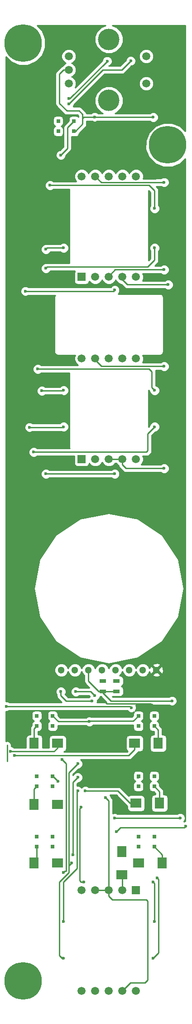
<source format=gbr>
G04 #@! TF.FileFunction,Copper,L1,Top,Signal*
%FSLAX46Y46*%
G04 Gerber Fmt 4.6, Leading zero omitted, Abs format (unit mm)*
G04 Created by KiCad (PCBNEW 4.0.4+e1-6308~48~ubuntu14.04.1-stable) date Thu Sep  7 12:28:42 2017*
%MOMM*%
%LPD*%
G01*
G04 APERTURE LIST*
%ADD10C,0.100000*%
%ADD11C,4.000000*%
%ADD12C,1.500000*%
%ADD13R,1.500000X1.500000*%
%ADD14C,1.300000*%
%ADD15R,1.800000X2.000000*%
%ADD16R,2.000000X1.800000*%
%ADD17R,1.300000X0.700000*%
%ADD18R,0.650000X0.700000*%
%ADD19C,7.000000*%
%ADD20C,0.600000*%
%ADD21C,0.250000*%
%ADD22C,0.254000*%
G04 APERTURE END LIST*
D10*
D11*
X120000000Y-14700000D03*
D12*
X127000000Y-6460000D03*
X112500000Y-11540000D03*
X112500000Y-9000000D03*
X112500000Y-6460000D03*
X127000000Y-11540000D03*
D11*
X120000000Y-3300000D03*
D12*
X114920000Y-62860000D03*
X117460000Y-62860000D03*
X120000000Y-62860000D03*
X122540000Y-62860000D03*
X125080000Y-62860000D03*
D13*
X114920000Y-81640000D03*
D12*
X117460000Y-81640000D03*
X125080000Y-81640000D03*
X122540000Y-81640000D03*
X120000000Y-81640000D03*
X114920000Y-28860000D03*
X117460000Y-28860000D03*
X120000000Y-28860000D03*
X122540000Y-28860000D03*
X125080000Y-28860000D03*
D13*
X114920000Y-47640000D03*
D12*
X117460000Y-47640000D03*
X125080000Y-47640000D03*
X122540000Y-47640000D03*
X120000000Y-47640000D03*
D14*
X128890000Y-120990000D03*
X126350000Y-120990000D03*
X123810000Y-120990000D03*
X121270000Y-120990000D03*
X118730000Y-120990000D03*
X116190000Y-120990000D03*
X113650000Y-120990000D03*
X111110000Y-120990000D03*
D15*
X122460000Y-154836000D03*
D16*
X122460000Y-159236000D03*
X110436000Y-134684000D03*
D15*
X106036000Y-134684000D03*
D16*
X110436000Y-146114000D03*
D15*
X106036000Y-146114000D03*
D16*
X110436000Y-157036000D03*
D15*
X106036000Y-157036000D03*
D16*
X124832000Y-134684000D03*
D15*
X129232000Y-134684000D03*
D16*
X125086000Y-145860000D03*
D15*
X129486000Y-145860000D03*
D16*
X125594000Y-157036000D03*
D15*
X129994000Y-157036000D03*
D17*
X118904000Y-124966000D03*
X118904000Y-123066000D03*
X121444000Y-124966000D03*
X121444000Y-123066000D03*
D12*
X125080000Y-180890000D03*
X122540000Y-180890000D03*
X120000000Y-180890000D03*
X117460000Y-180890000D03*
X114920000Y-180890000D03*
D13*
X125080000Y-162110000D03*
D12*
X122540000Y-162110000D03*
X114920000Y-162110000D03*
X117460000Y-162110000D03*
X120000000Y-162110000D03*
D18*
X113475000Y-18550000D03*
X113475000Y-20450000D03*
X110525000Y-18550000D03*
X110525000Y-20450000D03*
X109475000Y-129550000D03*
X109475000Y-131450000D03*
X106525000Y-129550000D03*
X106525000Y-131450000D03*
X109475000Y-140800000D03*
X109475000Y-142700000D03*
X106525000Y-140800000D03*
X106525000Y-142700000D03*
X109475000Y-152050000D03*
X109475000Y-153950000D03*
X106525000Y-152050000D03*
X106525000Y-153950000D03*
X125525000Y-131450000D03*
X125525000Y-129550000D03*
X128475000Y-131450000D03*
X128475000Y-129550000D03*
X125525000Y-142700000D03*
X125525000Y-140800000D03*
X128475000Y-142700000D03*
X128475000Y-140800000D03*
X125525000Y-153950000D03*
X125525000Y-152050000D03*
X128475000Y-153950000D03*
X128475000Y-152050000D03*
D19*
X104000000Y-179000000D03*
X104000000Y-4000000D03*
X131000000Y-23000000D03*
D20*
X128016000Y-127508000D03*
X118618000Y-126238000D03*
X119412000Y-144844000D03*
X125525000Y-129550000D03*
X125476000Y-140970000D03*
X125525000Y-152050000D03*
X110490000Y-141732000D03*
X109474000Y-152146000D03*
X116364000Y-130620000D03*
X121094000Y-148654000D03*
X133350000Y-148590000D03*
X130334000Y-46292000D03*
X130334000Y-64326000D03*
X130334000Y-83376000D03*
X130334000Y-29972000D03*
X117348000Y-17780000D03*
X121412000Y-151130000D03*
X134366000Y-150114000D03*
X128302000Y-17844000D03*
X131096000Y-49086000D03*
X131826000Y-126746000D03*
X111284000Y-137732000D03*
X128302000Y-174816000D03*
X129064000Y-159830000D03*
X111538000Y-158814000D03*
X108998000Y-30544000D03*
X128556000Y-34862000D03*
X125594000Y-157036000D03*
X113062000Y-157036000D03*
X114174000Y-138494000D03*
X111538000Y-174816000D03*
X128556000Y-42228000D03*
X108236000Y-46038000D03*
X121104000Y-84392000D03*
X108236000Y-84392000D03*
X122460000Y-155258000D03*
X114174000Y-141034000D03*
X110522000Y-157036000D03*
X113316000Y-155512000D03*
X111538000Y-42228000D03*
X108236000Y-42482000D03*
X111538000Y-68812000D03*
X107474000Y-68898000D03*
X114174000Y-143574000D03*
X111538000Y-167958000D03*
X115602000Y-143574000D03*
X128556000Y-68812000D03*
X110436000Y-146114000D03*
X114840000Y-146622000D03*
X128556000Y-167958000D03*
X128302000Y-160592000D03*
X115348000Y-160592000D03*
X106712000Y-64834000D03*
X124079000Y-7325000D03*
X112522000Y-15367000D03*
X128556000Y-75588000D03*
X105950000Y-80328000D03*
X102394000Y-136970000D03*
X119675000Y-7366000D03*
X112522000Y-14351000D03*
X111538000Y-75588000D03*
X105156000Y-75692000D03*
X101632000Y-136208000D03*
X124206000Y-128016000D03*
X121104000Y-50102000D03*
X104394000Y-50292000D03*
X100838000Y-127762000D03*
X118904000Y-123066000D03*
X121444000Y-123066000D03*
X113824000Y-125032000D03*
X117380000Y-125794000D03*
X111030000Y-125032000D03*
X116872000Y-126810000D03*
X111020500Y-24892000D03*
D21*
X101000000Y-138000000D02*
X101000000Y-135000000D01*
X121920000Y-127254000D02*
X127762000Y-127254000D01*
X127762000Y-127254000D02*
X128016000Y-127508000D01*
X119634000Y-127254000D02*
X121920000Y-127254000D01*
X121920000Y-127254000D02*
X122174000Y-127254000D01*
X118618000Y-126238000D02*
X119634000Y-127254000D01*
X120000000Y-162110000D02*
X120000000Y-163212000D01*
X124042000Y-179388000D02*
X122540000Y-180890000D01*
X126778000Y-179388000D02*
X124042000Y-179388000D01*
X127286000Y-178880000D02*
X126778000Y-179388000D01*
X127286000Y-164148000D02*
X127286000Y-178880000D01*
X127032000Y-163894000D02*
X127286000Y-164148000D01*
X120682000Y-163894000D02*
X127032000Y-163894000D01*
X120000000Y-163212000D02*
X120682000Y-163894000D01*
X120000000Y-162110000D02*
X117460000Y-162110000D01*
X119412000Y-144844000D02*
X120000000Y-145432000D01*
X120000000Y-145432000D02*
X120000000Y-162110000D01*
X124575000Y-130500000D02*
X125525000Y-129550000D01*
X124460000Y-130500000D02*
X124575000Y-130500000D01*
X125476000Y-140970000D02*
X125525000Y-140921000D01*
X125525000Y-140921000D02*
X125525000Y-140800000D01*
X110490000Y-141732000D02*
X109558000Y-140800000D01*
X109558000Y-140800000D02*
X109475000Y-140800000D01*
X109475000Y-129550000D02*
X109484000Y-129550000D01*
X109484000Y-129550000D02*
X110554000Y-130620000D01*
X110554000Y-130620000D02*
X116364000Y-130620000D01*
X109474000Y-152146000D02*
X109475000Y-152145000D01*
X109475000Y-152145000D02*
X109475000Y-152050000D01*
X109500000Y-152000000D02*
X109475000Y-152025000D01*
X109475000Y-152025000D02*
X109475000Y-152050000D01*
X116484000Y-130500000D02*
X124460000Y-130500000D01*
X116364000Y-130620000D02*
X116484000Y-130500000D01*
X121158000Y-148590000D02*
X133350000Y-148590000D01*
X121158000Y-148590000D02*
X121094000Y-148654000D01*
X121190000Y-46292000D02*
X120000000Y-47482000D01*
X130334000Y-46292000D02*
X121190000Y-46292000D01*
X120000000Y-47482000D02*
X120000000Y-47640000D01*
X117460000Y-62860000D02*
X117460000Y-63136000D01*
X117460000Y-63136000D02*
X118650000Y-64326000D01*
X118650000Y-64326000D02*
X130334000Y-64326000D01*
X122540000Y-81640000D02*
X122540000Y-82694000D01*
X123222000Y-83376000D02*
X130334000Y-83376000D01*
X122540000Y-82694000D02*
X123222000Y-83376000D01*
X120000000Y-81640000D02*
X122540000Y-81640000D01*
X113475000Y-20450000D02*
X113758000Y-20450000D01*
X113758000Y-20450000D02*
X115094000Y-19114000D01*
X129032000Y-30036000D02*
X129032000Y-29972000D01*
X129032000Y-29972000D02*
X130334000Y-29972000D01*
X117348000Y-17780000D02*
X117348000Y-17844000D01*
X117348000Y-17844000D02*
X117348000Y-17780000D01*
X117348000Y-17780000D02*
X117348000Y-17844000D01*
X112500000Y-9000000D02*
X111523000Y-9000000D01*
X115062000Y-18288000D02*
X115094000Y-18288000D01*
X115062000Y-17272000D02*
X115062000Y-18288000D01*
X114427000Y-16637000D02*
X115062000Y-17272000D01*
X112141000Y-16637000D02*
X114427000Y-16637000D01*
X110744000Y-15240000D02*
X112141000Y-16637000D01*
X110744000Y-9779000D02*
X110744000Y-15240000D01*
X111523000Y-9000000D02*
X110744000Y-9779000D01*
X122174000Y-150368000D02*
X121412000Y-151130000D01*
X134112000Y-150368000D02*
X122174000Y-150368000D01*
X134366000Y-150114000D02*
X134112000Y-150368000D01*
X120000000Y-17844000D02*
X119920000Y-17844000D01*
X115348000Y-17844000D02*
X117348000Y-17844000D01*
X117348000Y-17844000D02*
X119920000Y-17844000D01*
X119920000Y-17844000D02*
X128302000Y-17844000D01*
X115094000Y-18098000D02*
X115348000Y-17844000D01*
X115094000Y-19114000D02*
X115094000Y-18288000D01*
X115094000Y-18288000D02*
X115094000Y-18098000D01*
X117460000Y-28860000D02*
X118636000Y-30036000D01*
X129032000Y-30036000D02*
X118636000Y-30036000D01*
X123476000Y-49086000D02*
X122540000Y-48150000D01*
X131096000Y-49086000D02*
X123476000Y-49086000D01*
X122540000Y-48150000D02*
X122540000Y-47640000D01*
X118904000Y-124966000D02*
X121444000Y-124966000D01*
X118904000Y-124966000D02*
X118904000Y-125254000D01*
X118904000Y-125254000D02*
X120396000Y-126746000D01*
X120396000Y-126746000D02*
X131826000Y-126746000D01*
X118904000Y-124966000D02*
X118108000Y-124966000D01*
X116190000Y-123048000D02*
X116190000Y-120990000D01*
X118108000Y-124966000D02*
X116190000Y-123048000D01*
X112046000Y-158560000D02*
X111792000Y-158560000D01*
X111284000Y-137732000D02*
X112046000Y-138494000D01*
X112046000Y-138494000D02*
X112046000Y-158560000D01*
X129318000Y-173800000D02*
X128302000Y-174816000D01*
X129318000Y-160084000D02*
X129318000Y-173800000D01*
X129064000Y-159830000D02*
X129318000Y-160084000D01*
X111792000Y-158560000D02*
X111538000Y-158814000D01*
X128556000Y-31560000D02*
X128556000Y-34862000D01*
X127540000Y-30544000D02*
X128556000Y-31560000D01*
X126524000Y-30544000D02*
X127540000Y-30544000D01*
X108998000Y-30544000D02*
X126524000Y-30544000D01*
X112554000Y-157544000D02*
X113062000Y-157036000D01*
X111284000Y-160084000D02*
X110776000Y-160592000D01*
X114174000Y-138494000D02*
X112554000Y-140114000D01*
X112554000Y-140114000D02*
X112554000Y-157544000D01*
X112554000Y-157544000D02*
X112554000Y-158814000D01*
X112554000Y-158814000D02*
X111284000Y-160084000D01*
X111284000Y-174816000D02*
X111538000Y-174816000D01*
X110776000Y-174308000D02*
X111284000Y-174816000D01*
X110776000Y-160592000D02*
X110776000Y-174308000D01*
X128556000Y-44514000D02*
X128556000Y-42228000D01*
X127286000Y-45784000D02*
X128556000Y-44514000D01*
X108490000Y-45784000D02*
X127286000Y-45784000D01*
X108236000Y-46038000D02*
X108490000Y-45784000D01*
X121104000Y-84392000D02*
X108236000Y-84392000D01*
X122460000Y-155258000D02*
X122460000Y-154836000D01*
X110522000Y-157036000D02*
X110436000Y-157036000D01*
X113316000Y-141892000D02*
X113316000Y-155512000D01*
X114174000Y-141034000D02*
X113316000Y-141892000D01*
X108490000Y-42228000D02*
X111538000Y-42228000D01*
X108236000Y-42482000D02*
X108490000Y-42228000D01*
X107474000Y-68898000D02*
X111452000Y-68898000D01*
X111452000Y-68898000D02*
X111538000Y-68812000D01*
X111538000Y-160592000D02*
X111538000Y-167958000D01*
X114174000Y-143574000D02*
X114078000Y-143670000D01*
X114078000Y-143670000D02*
X114078000Y-158052000D01*
X114078000Y-158052000D02*
X111538000Y-160592000D01*
X125086000Y-145860000D02*
X123984000Y-145860000D01*
X121698000Y-143574000D02*
X115602000Y-143574000D01*
X123984000Y-145860000D02*
X121698000Y-143574000D01*
X128048000Y-65342000D02*
X127540000Y-64834000D01*
X128048000Y-68304000D02*
X128048000Y-65342000D01*
X128048000Y-68304000D02*
X128556000Y-68812000D01*
X114586000Y-158560000D02*
X114586000Y-160338000D01*
X114840000Y-146622000D02*
X114586000Y-146876000D01*
X114586000Y-146876000D02*
X114586000Y-158560000D01*
X128556000Y-160846000D02*
X128556000Y-167958000D01*
X128302000Y-160592000D02*
X128556000Y-160846000D01*
X114840000Y-160592000D02*
X115348000Y-160592000D01*
X114586000Y-160338000D02*
X114840000Y-160592000D01*
X106712000Y-64834000D02*
X127540000Y-64834000D01*
X118872000Y-9017000D02*
X112522000Y-15367000D01*
X122387000Y-9017000D02*
X118872000Y-9017000D01*
X122387000Y-9017000D02*
X124079000Y-7325000D01*
X127032000Y-80328000D02*
X105950000Y-80328000D01*
X127286000Y-80074000D02*
X127032000Y-80328000D01*
X127286000Y-76858000D02*
X127286000Y-80074000D01*
X128556000Y-75588000D02*
X127286000Y-76858000D01*
X124832000Y-134684000D02*
X124832000Y-135868000D01*
X123730000Y-136970000D02*
X102394000Y-136970000D01*
X124832000Y-135868000D02*
X123730000Y-136970000D01*
X112690000Y-14351000D02*
X112522000Y-14351000D01*
X112690000Y-14351000D02*
X119675000Y-7366000D01*
X105156000Y-75692000D02*
X111434000Y-75692000D01*
X111434000Y-75692000D02*
X111538000Y-75588000D01*
X110436000Y-134684000D02*
X110436000Y-135532000D01*
X110436000Y-135532000D02*
X109760000Y-136208000D01*
X109760000Y-136208000D02*
X101632000Y-136208000D01*
X123952000Y-127762000D02*
X124206000Y-128016000D01*
X104394000Y-50292000D02*
X120914000Y-50292000D01*
X120914000Y-50292000D02*
X121104000Y-50102000D01*
X100838000Y-127762000D02*
X123952000Y-127762000D01*
X123952000Y-127762000D02*
X123962000Y-127762000D01*
X122540000Y-162110000D02*
X122540000Y-159316000D01*
X122540000Y-159316000D02*
X122460000Y-159236000D01*
X125080000Y-81640000D02*
X125212000Y-81640000D01*
X106036000Y-134684000D02*
X106036000Y-131939000D01*
X106036000Y-131939000D02*
X106525000Y-131450000D01*
X106036000Y-134684000D02*
X105950000Y-134684000D01*
X106036000Y-146114000D02*
X106036000Y-143189000D01*
X106036000Y-143189000D02*
X106525000Y-142700000D01*
X106036000Y-146114000D02*
X105950000Y-146114000D01*
X106525000Y-153950000D02*
X106525000Y-156547000D01*
X106525000Y-156547000D02*
X106036000Y-157036000D01*
X106036000Y-157036000D02*
X105696000Y-157036000D01*
X129232000Y-134684000D02*
X129232000Y-132207000D01*
X129232000Y-132207000D02*
X128475000Y-131450000D01*
X129232000Y-134684000D02*
X129232000Y-134262000D01*
X129486000Y-145860000D02*
X129486000Y-143711000D01*
X129486000Y-143711000D02*
X128475000Y-142700000D01*
X129486000Y-145860000D02*
X129486000Y-145692000D01*
X129994000Y-157036000D02*
X129994000Y-155469000D01*
X129994000Y-155469000D02*
X128475000Y-153950000D01*
X116618000Y-125032000D02*
X113824000Y-125032000D01*
X117380000Y-125794000D02*
X116618000Y-125032000D01*
X111030000Y-125794000D02*
X111030000Y-125032000D01*
X112046000Y-126810000D02*
X111030000Y-125794000D01*
X116872000Y-126810000D02*
X112046000Y-126810000D01*
X123810000Y-120990000D02*
X123810000Y-121142000D01*
X113475000Y-18550000D02*
X112268000Y-19757000D01*
X112268000Y-23644500D02*
X112268000Y-19757000D01*
X112268000Y-23644500D02*
X111020500Y-24892000D01*
D22*
G36*
X118509342Y-1064853D02*
X117767458Y-1805443D01*
X117365458Y-2773567D01*
X117364543Y-3821834D01*
X117764853Y-4790658D01*
X118505443Y-5532542D01*
X119473567Y-5934542D01*
X120521834Y-5935457D01*
X121490658Y-5535147D01*
X122232542Y-4794557D01*
X122634542Y-3826433D01*
X122635457Y-2778166D01*
X122235147Y-1809342D01*
X121494557Y-1067458D01*
X120633702Y-710000D01*
X134290000Y-710000D01*
X134290000Y-20442865D01*
X133345347Y-19496562D01*
X131826111Y-18865720D01*
X130181106Y-18864284D01*
X128660771Y-19492474D01*
X127496562Y-20654653D01*
X126865720Y-22173889D01*
X126864284Y-23818894D01*
X127492474Y-25339229D01*
X128654653Y-26503438D01*
X130173889Y-27134280D01*
X131818894Y-27135716D01*
X133339229Y-26507526D01*
X134290000Y-25558413D01*
X134290000Y-149178933D01*
X134180833Y-149178838D01*
X134014895Y-149247402D01*
X134142192Y-149120327D01*
X134284838Y-148776799D01*
X134285162Y-148404833D01*
X134143117Y-148061057D01*
X133880327Y-147797808D01*
X133536799Y-147655162D01*
X133164833Y-147654838D01*
X132821057Y-147796883D01*
X132787882Y-147830000D01*
X121547725Y-147830000D01*
X121280799Y-147719162D01*
X120908833Y-147718838D01*
X120760000Y-147780334D01*
X120760000Y-145432000D01*
X120702148Y-145141161D01*
X120537401Y-144894599D01*
X120347122Y-144704320D01*
X120347162Y-144658833D01*
X120212944Y-144334000D01*
X121383198Y-144334000D01*
X123438560Y-146389362D01*
X123438560Y-146760000D01*
X123482838Y-146995317D01*
X123621910Y-147211441D01*
X123834110Y-147356431D01*
X124086000Y-147407440D01*
X126086000Y-147407440D01*
X126321317Y-147363162D01*
X126537441Y-147224090D01*
X126682431Y-147011890D01*
X126733440Y-146760000D01*
X126733440Y-144960000D01*
X126689162Y-144724683D01*
X126550090Y-144508559D01*
X126337890Y-144363569D01*
X126086000Y-144312560D01*
X124086000Y-144312560D01*
X123850683Y-144356838D01*
X123671160Y-144472358D01*
X122235401Y-143036599D01*
X121988839Y-142871852D01*
X121698000Y-142814000D01*
X116164463Y-142814000D01*
X116132327Y-142781808D01*
X115788799Y-142639162D01*
X115416833Y-142638838D01*
X115073057Y-142780883D01*
X114887908Y-142965709D01*
X114704327Y-142781808D01*
X114360799Y-142639162D01*
X114076000Y-142638914D01*
X114076000Y-142206802D01*
X114313680Y-141969122D01*
X114359167Y-141969162D01*
X114702943Y-141827117D01*
X114966192Y-141564327D01*
X115108838Y-141220799D01*
X115108895Y-141155167D01*
X124540838Y-141155167D01*
X124564147Y-141211579D01*
X124596838Y-141385317D01*
X124735910Y-141601441D01*
X124890956Y-141707379D01*
X124943776Y-141760291D01*
X124748559Y-141885910D01*
X124603569Y-142098110D01*
X124552560Y-142350000D01*
X124552560Y-143050000D01*
X124596838Y-143285317D01*
X124735910Y-143501441D01*
X124948110Y-143646431D01*
X125200000Y-143697440D01*
X125850000Y-143697440D01*
X126085317Y-143653162D01*
X126301441Y-143514090D01*
X126446431Y-143301890D01*
X126497440Y-143050000D01*
X126497440Y-142350000D01*
X126453162Y-142114683D01*
X126314090Y-141898559D01*
X126101890Y-141753569D01*
X126088803Y-141750919D01*
X126301441Y-141614090D01*
X126446431Y-141401890D01*
X126497440Y-141150000D01*
X126497440Y-140450000D01*
X127502560Y-140450000D01*
X127502560Y-141150000D01*
X127546838Y-141385317D01*
X127685910Y-141601441D01*
X127898110Y-141746431D01*
X127911197Y-141749081D01*
X127698559Y-141885910D01*
X127553569Y-142098110D01*
X127502560Y-142350000D01*
X127502560Y-143050000D01*
X127546838Y-143285317D01*
X127685910Y-143501441D01*
X127898110Y-143646431D01*
X128150000Y-143697440D01*
X128397638Y-143697440D01*
X128726000Y-144025802D01*
X128726000Y-144212560D01*
X128586000Y-144212560D01*
X128350683Y-144256838D01*
X128134559Y-144395910D01*
X127989569Y-144608110D01*
X127938560Y-144860000D01*
X127938560Y-146860000D01*
X127982838Y-147095317D01*
X128121910Y-147311441D01*
X128334110Y-147456431D01*
X128586000Y-147507440D01*
X130386000Y-147507440D01*
X130621317Y-147463162D01*
X130837441Y-147324090D01*
X130982431Y-147111890D01*
X131033440Y-146860000D01*
X131033440Y-144860000D01*
X130989162Y-144624683D01*
X130850090Y-144408559D01*
X130637890Y-144263569D01*
X130386000Y-144212560D01*
X130246000Y-144212560D01*
X130246000Y-143711000D01*
X130188148Y-143420161D01*
X130023401Y-143173599D01*
X129447440Y-142597638D01*
X129447440Y-142350000D01*
X129403162Y-142114683D01*
X129264090Y-141898559D01*
X129051890Y-141753569D01*
X129038803Y-141750919D01*
X129251441Y-141614090D01*
X129396431Y-141401890D01*
X129447440Y-141150000D01*
X129447440Y-140450000D01*
X129403162Y-140214683D01*
X129264090Y-139998559D01*
X129051890Y-139853569D01*
X128800000Y-139802560D01*
X128150000Y-139802560D01*
X127914683Y-139846838D01*
X127698559Y-139985910D01*
X127553569Y-140198110D01*
X127502560Y-140450000D01*
X126497440Y-140450000D01*
X126453162Y-140214683D01*
X126314090Y-139998559D01*
X126101890Y-139853569D01*
X125850000Y-139802560D01*
X125200000Y-139802560D01*
X124964683Y-139846838D01*
X124748559Y-139985910D01*
X124603569Y-140198110D01*
X124552560Y-140450000D01*
X124552560Y-140755752D01*
X124541162Y-140783201D01*
X124540838Y-141155167D01*
X115108895Y-141155167D01*
X115109162Y-140848833D01*
X114967117Y-140505057D01*
X114704327Y-140241808D01*
X114360799Y-140099162D01*
X113988833Y-140098838D01*
X113645057Y-140240883D01*
X113381808Y-140503673D01*
X113314000Y-140666972D01*
X113314000Y-140428802D01*
X114313680Y-139429122D01*
X114359167Y-139429162D01*
X114702943Y-139287117D01*
X114966192Y-139024327D01*
X115108838Y-138680799D01*
X115109162Y-138308833D01*
X114967117Y-137965057D01*
X114732470Y-137730000D01*
X123730000Y-137730000D01*
X124020839Y-137672148D01*
X124267401Y-137507401D01*
X125369401Y-136405401D01*
X125485638Y-136231440D01*
X125832000Y-136231440D01*
X126067317Y-136187162D01*
X126283441Y-136048090D01*
X126428431Y-135835890D01*
X126479440Y-135584000D01*
X126479440Y-133784000D01*
X126435162Y-133548683D01*
X126296090Y-133332559D01*
X126083890Y-133187569D01*
X125832000Y-133136560D01*
X123832000Y-133136560D01*
X123596683Y-133180838D01*
X123380559Y-133319910D01*
X123235569Y-133532110D01*
X123184560Y-133784000D01*
X123184560Y-135584000D01*
X123228838Y-135819317D01*
X123367910Y-136035441D01*
X123499705Y-136125493D01*
X123415198Y-136210000D01*
X111549944Y-136210000D01*
X111671317Y-136187162D01*
X111887441Y-136048090D01*
X112032431Y-135835890D01*
X112083440Y-135584000D01*
X112083440Y-133784000D01*
X112039162Y-133548683D01*
X111900090Y-133332559D01*
X111687890Y-133187569D01*
X111436000Y-133136560D01*
X109436000Y-133136560D01*
X109200683Y-133180838D01*
X108984559Y-133319910D01*
X108839569Y-133532110D01*
X108788560Y-133784000D01*
X108788560Y-135448000D01*
X107583440Y-135448000D01*
X107583440Y-133684000D01*
X107539162Y-133448683D01*
X107400090Y-133232559D01*
X107187890Y-133087569D01*
X106936000Y-133036560D01*
X106796000Y-133036560D01*
X106796000Y-132447440D01*
X106850000Y-132447440D01*
X107085317Y-132403162D01*
X107301441Y-132264090D01*
X107446431Y-132051890D01*
X107497440Y-131800000D01*
X107497440Y-131100000D01*
X107453162Y-130864683D01*
X107314090Y-130648559D01*
X107101890Y-130503569D01*
X107088803Y-130500919D01*
X107301441Y-130364090D01*
X107446431Y-130151890D01*
X107497440Y-129900000D01*
X107497440Y-129200000D01*
X107453162Y-128964683D01*
X107314090Y-128748559D01*
X107101890Y-128603569D01*
X106850000Y-128552560D01*
X106200000Y-128552560D01*
X105964683Y-128596838D01*
X105748559Y-128735910D01*
X105603569Y-128948110D01*
X105552560Y-129200000D01*
X105552560Y-129900000D01*
X105596838Y-130135317D01*
X105735910Y-130351441D01*
X105948110Y-130496431D01*
X105961197Y-130499081D01*
X105748559Y-130635910D01*
X105603569Y-130848110D01*
X105552560Y-131100000D01*
X105552560Y-131347638D01*
X105498599Y-131401599D01*
X105333852Y-131648161D01*
X105276000Y-131939000D01*
X105276000Y-133036560D01*
X105136000Y-133036560D01*
X104900683Y-133080838D01*
X104684559Y-133219910D01*
X104539569Y-133432110D01*
X104488560Y-133684000D01*
X104488560Y-135448000D01*
X102194463Y-135448000D01*
X102162327Y-135415808D01*
X101818799Y-135273162D01*
X101760000Y-135273111D01*
X101760000Y-135000000D01*
X101702148Y-134709161D01*
X101537401Y-134462599D01*
X101290839Y-134297852D01*
X101000000Y-134240000D01*
X100710000Y-134297685D01*
X100710000Y-128696889D01*
X101023167Y-128697162D01*
X101366943Y-128555117D01*
X101400118Y-128522000D01*
X123403403Y-128522000D01*
X123412883Y-128544943D01*
X123675673Y-128808192D01*
X124019201Y-128950838D01*
X124391167Y-128951162D01*
X124684218Y-128830076D01*
X124603569Y-128948110D01*
X124552560Y-129200000D01*
X124552560Y-129447638D01*
X124260198Y-129740000D01*
X116682863Y-129740000D01*
X116550799Y-129685162D01*
X116178833Y-129684838D01*
X115835057Y-129826883D01*
X115801882Y-129860000D01*
X110868802Y-129860000D01*
X110447440Y-129438638D01*
X110447440Y-129200000D01*
X110403162Y-128964683D01*
X110264090Y-128748559D01*
X110051890Y-128603569D01*
X109800000Y-128552560D01*
X109150000Y-128552560D01*
X108914683Y-128596838D01*
X108698559Y-128735910D01*
X108553569Y-128948110D01*
X108502560Y-129200000D01*
X108502560Y-129900000D01*
X108546838Y-130135317D01*
X108685910Y-130351441D01*
X108898110Y-130496431D01*
X108911197Y-130499081D01*
X108698559Y-130635910D01*
X108553569Y-130848110D01*
X108502560Y-131100000D01*
X108502560Y-131800000D01*
X108546838Y-132035317D01*
X108685910Y-132251441D01*
X108898110Y-132396431D01*
X109150000Y-132447440D01*
X109800000Y-132447440D01*
X110035317Y-132403162D01*
X110251441Y-132264090D01*
X110396431Y-132051890D01*
X110447440Y-131800000D01*
X110447440Y-131358804D01*
X110554000Y-131380000D01*
X115801537Y-131380000D01*
X115833673Y-131412192D01*
X116177201Y-131554838D01*
X116549167Y-131555162D01*
X116892943Y-131413117D01*
X117046327Y-131260000D01*
X124552560Y-131260000D01*
X124552560Y-131800000D01*
X124596838Y-132035317D01*
X124735910Y-132251441D01*
X124948110Y-132396431D01*
X125200000Y-132447440D01*
X125850000Y-132447440D01*
X126085317Y-132403162D01*
X126301441Y-132264090D01*
X126446431Y-132051890D01*
X126497440Y-131800000D01*
X126497440Y-131100000D01*
X126453162Y-130864683D01*
X126314090Y-130648559D01*
X126101890Y-130503569D01*
X126088803Y-130500919D01*
X126301441Y-130364090D01*
X126446431Y-130151890D01*
X126497440Y-129900000D01*
X126497440Y-129200000D01*
X127502560Y-129200000D01*
X127502560Y-129900000D01*
X127546838Y-130135317D01*
X127685910Y-130351441D01*
X127898110Y-130496431D01*
X127911197Y-130499081D01*
X127698559Y-130635910D01*
X127553569Y-130848110D01*
X127502560Y-131100000D01*
X127502560Y-131800000D01*
X127546838Y-132035317D01*
X127685910Y-132251441D01*
X127898110Y-132396431D01*
X128150000Y-132447440D01*
X128397638Y-132447440D01*
X128472000Y-132521802D01*
X128472000Y-133036560D01*
X128332000Y-133036560D01*
X128096683Y-133080838D01*
X127880559Y-133219910D01*
X127735569Y-133432110D01*
X127684560Y-133684000D01*
X127684560Y-135684000D01*
X127728838Y-135919317D01*
X127867910Y-136135441D01*
X128080110Y-136280431D01*
X128332000Y-136331440D01*
X130132000Y-136331440D01*
X130367317Y-136287162D01*
X130583441Y-136148090D01*
X130728431Y-135935890D01*
X130779440Y-135684000D01*
X130779440Y-133684000D01*
X130735162Y-133448683D01*
X130596090Y-133232559D01*
X130383890Y-133087569D01*
X130132000Y-133036560D01*
X129992000Y-133036560D01*
X129992000Y-132207000D01*
X129934148Y-131916161D01*
X129769401Y-131669599D01*
X129447440Y-131347638D01*
X129447440Y-131100000D01*
X129403162Y-130864683D01*
X129264090Y-130648559D01*
X129051890Y-130503569D01*
X129038803Y-130500919D01*
X129251441Y-130364090D01*
X129396431Y-130151890D01*
X129447440Y-129900000D01*
X129447440Y-129200000D01*
X129403162Y-128964683D01*
X129264090Y-128748559D01*
X129051890Y-128603569D01*
X128800000Y-128552560D01*
X128150000Y-128552560D01*
X127914683Y-128596838D01*
X127698559Y-128735910D01*
X127553569Y-128948110D01*
X127502560Y-129200000D01*
X126497440Y-129200000D01*
X126453162Y-128964683D01*
X126314090Y-128748559D01*
X126101890Y-128603569D01*
X125850000Y-128552560D01*
X125200000Y-128552560D01*
X124964683Y-128596838D01*
X124916595Y-128627782D01*
X124998192Y-128546327D01*
X125140838Y-128202799D01*
X125141162Y-127830833D01*
X125006944Y-127506000D01*
X131263537Y-127506000D01*
X131295673Y-127538192D01*
X131639201Y-127680838D01*
X132011167Y-127681162D01*
X132354943Y-127539117D01*
X132618192Y-127276327D01*
X132760838Y-126932799D01*
X132761162Y-126560833D01*
X132619117Y-126217057D01*
X132356327Y-125953808D01*
X132012799Y-125811162D01*
X131640833Y-125810838D01*
X131297057Y-125952883D01*
X131263882Y-125986000D01*
X120710802Y-125986000D01*
X120661387Y-125936585D01*
X120794000Y-125963440D01*
X122094000Y-125963440D01*
X122329317Y-125919162D01*
X122545441Y-125780090D01*
X122690431Y-125567890D01*
X122741440Y-125316000D01*
X122741440Y-124616000D01*
X122697162Y-124380683D01*
X122558090Y-124164559D01*
X122345890Y-124019569D01*
X122332803Y-124016919D01*
X122545441Y-123880090D01*
X122690431Y-123667890D01*
X122741440Y-123416000D01*
X122741440Y-122716000D01*
X122697162Y-122480683D01*
X122558090Y-122264559D01*
X122345890Y-122119569D01*
X122094000Y-122068560D01*
X122008408Y-122068560D01*
X122358735Y-121718845D01*
X122540205Y-121281818D01*
X122719995Y-121716943D01*
X123081155Y-122078735D01*
X123553276Y-122274777D01*
X124064481Y-122275223D01*
X124536943Y-122080005D01*
X124898735Y-121718845D01*
X125080205Y-121281818D01*
X125259995Y-121716943D01*
X125621155Y-122078735D01*
X126093276Y-122274777D01*
X126604481Y-122275223D01*
X127076943Y-122080005D01*
X127268266Y-121889016D01*
X128170590Y-121889016D01*
X128226271Y-122119611D01*
X128709078Y-122287622D01*
X129219428Y-122258083D01*
X129553729Y-122119611D01*
X129609410Y-121889016D01*
X128890000Y-121169605D01*
X128170590Y-121889016D01*
X127268266Y-121889016D01*
X127438735Y-121718845D01*
X127619797Y-121282800D01*
X127621917Y-121319428D01*
X127760389Y-121653729D01*
X127990984Y-121709410D01*
X128710395Y-120990000D01*
X129069605Y-120990000D01*
X129789016Y-121709410D01*
X130019611Y-121653729D01*
X130187622Y-121170922D01*
X130158083Y-120660572D01*
X130019611Y-120326271D01*
X129789016Y-120270590D01*
X129069605Y-120990000D01*
X128710395Y-120990000D01*
X127990984Y-120270590D01*
X127760389Y-120326271D01*
X127625861Y-120712860D01*
X127440005Y-120263057D01*
X127268233Y-120090984D01*
X128170590Y-120090984D01*
X128890000Y-120810395D01*
X129609410Y-120090984D01*
X129553729Y-119860389D01*
X129070922Y-119692378D01*
X128560572Y-119721917D01*
X128226271Y-119860389D01*
X128170590Y-120090984D01*
X127268233Y-120090984D01*
X127078845Y-119901265D01*
X126606724Y-119705223D01*
X126095519Y-119704777D01*
X125623057Y-119899995D01*
X125261265Y-120261155D01*
X125079795Y-120698182D01*
X124900005Y-120263057D01*
X124538845Y-119901265D01*
X124066724Y-119705223D01*
X123555519Y-119704777D01*
X123083057Y-119899995D01*
X122721265Y-120261155D01*
X122539795Y-120698182D01*
X122360005Y-120263057D01*
X121998845Y-119901265D01*
X121526724Y-119705223D01*
X121015519Y-119704777D01*
X120543057Y-119899995D01*
X120181265Y-120261155D01*
X119999795Y-120698182D01*
X119820005Y-120263057D01*
X119458845Y-119901265D01*
X118986724Y-119705223D01*
X118475519Y-119704777D01*
X118003057Y-119899995D01*
X117641265Y-120261155D01*
X117459795Y-120698182D01*
X117280005Y-120263057D01*
X116918845Y-119901265D01*
X116446724Y-119705223D01*
X115935519Y-119704777D01*
X115463057Y-119899995D01*
X115101265Y-120261155D01*
X114919795Y-120698182D01*
X114740005Y-120263057D01*
X114378845Y-119901265D01*
X113906724Y-119705223D01*
X113395519Y-119704777D01*
X112923057Y-119899995D01*
X112561265Y-120261155D01*
X112379795Y-120698182D01*
X112200005Y-120263057D01*
X111838845Y-119901265D01*
X111366724Y-119705223D01*
X110855519Y-119704777D01*
X110383057Y-119899995D01*
X110021265Y-120261155D01*
X109825223Y-120733276D01*
X109824777Y-121244481D01*
X110019995Y-121716943D01*
X110381155Y-122078735D01*
X110853276Y-122274777D01*
X111364481Y-122275223D01*
X111836943Y-122080005D01*
X112198735Y-121718845D01*
X112380205Y-121281818D01*
X112559995Y-121716943D01*
X112921155Y-122078735D01*
X113393276Y-122274777D01*
X113904481Y-122275223D01*
X114376943Y-122080005D01*
X114738735Y-121718845D01*
X114920205Y-121281818D01*
X115099995Y-121716943D01*
X115430000Y-122047525D01*
X115430000Y-123048000D01*
X115487852Y-123338839D01*
X115652599Y-123585401D01*
X116339198Y-124272000D01*
X114386463Y-124272000D01*
X114354327Y-124239808D01*
X114010799Y-124097162D01*
X113638833Y-124096838D01*
X113295057Y-124238883D01*
X113031808Y-124501673D01*
X112889162Y-124845201D01*
X112888838Y-125217167D01*
X113030883Y-125560943D01*
X113293673Y-125824192D01*
X113637201Y-125966838D01*
X114009167Y-125967162D01*
X114352943Y-125825117D01*
X114386118Y-125792000D01*
X116303198Y-125792000D01*
X116444878Y-125933680D01*
X116444842Y-125974826D01*
X116343057Y-126016883D01*
X116309882Y-126050000D01*
X112360802Y-126050000D01*
X111837137Y-125526335D01*
X111964838Y-125218799D01*
X111965162Y-124846833D01*
X111823117Y-124503057D01*
X111560327Y-124239808D01*
X111216799Y-124097162D01*
X110844833Y-124096838D01*
X110501057Y-124238883D01*
X110237808Y-124501673D01*
X110095162Y-124845201D01*
X110094838Y-125217167D01*
X110236883Y-125560943D01*
X110270000Y-125594118D01*
X110270000Y-125794000D01*
X110327852Y-126084839D01*
X110492599Y-126331401D01*
X111163198Y-127002000D01*
X101400463Y-127002000D01*
X101368327Y-126969808D01*
X101024799Y-126827162D01*
X100710000Y-126826888D01*
X100710000Y-105750000D01*
X105955000Y-105750000D01*
X107024112Y-111124789D01*
X110068685Y-115681315D01*
X114625211Y-118725888D01*
X120000000Y-119795000D01*
X125374789Y-118725888D01*
X129931315Y-115681315D01*
X132975888Y-111124789D01*
X134045000Y-105750000D01*
X132975888Y-100375211D01*
X129931315Y-95818685D01*
X125374789Y-92774112D01*
X120000000Y-91705000D01*
X114625211Y-92774112D01*
X110068685Y-95818685D01*
X107024112Y-100375211D01*
X105955000Y-105750000D01*
X100710000Y-105750000D01*
X100710000Y-84577167D01*
X107300838Y-84577167D01*
X107442883Y-84920943D01*
X107705673Y-85184192D01*
X108049201Y-85326838D01*
X108421167Y-85327162D01*
X108764943Y-85185117D01*
X108798118Y-85152000D01*
X120541537Y-85152000D01*
X120573673Y-85184192D01*
X120917201Y-85326838D01*
X121289167Y-85327162D01*
X121632943Y-85185117D01*
X121896192Y-84922327D01*
X122038838Y-84578799D01*
X122039162Y-84206833D01*
X121897117Y-83863057D01*
X121634327Y-83599808D01*
X121290799Y-83457162D01*
X120918833Y-83456838D01*
X120575057Y-83598883D01*
X120541882Y-83632000D01*
X108798463Y-83632000D01*
X108766327Y-83599808D01*
X108422799Y-83457162D01*
X108050833Y-83456838D01*
X107707057Y-83598883D01*
X107443808Y-83861673D01*
X107301162Y-84205201D01*
X107300838Y-84577167D01*
X100710000Y-84577167D01*
X100710000Y-75877167D01*
X104220838Y-75877167D01*
X104362883Y-76220943D01*
X104625673Y-76484192D01*
X104969201Y-76626838D01*
X105341167Y-76627162D01*
X105684943Y-76485117D01*
X105718118Y-76452000D01*
X111180605Y-76452000D01*
X111351201Y-76522838D01*
X111723167Y-76523162D01*
X112066943Y-76381117D01*
X112330192Y-76118327D01*
X112472838Y-75774799D01*
X112473162Y-75402833D01*
X112331117Y-75059057D01*
X112068327Y-74795808D01*
X111724799Y-74653162D01*
X111352833Y-74652838D01*
X111009057Y-74794883D01*
X110871701Y-74932000D01*
X105718463Y-74932000D01*
X105686327Y-74899808D01*
X105342799Y-74757162D01*
X104970833Y-74756838D01*
X104627057Y-74898883D01*
X104363808Y-75161673D01*
X104221162Y-75505201D01*
X104220838Y-75877167D01*
X100710000Y-75877167D01*
X100710000Y-69083167D01*
X106538838Y-69083167D01*
X106680883Y-69426943D01*
X106943673Y-69690192D01*
X107287201Y-69832838D01*
X107659167Y-69833162D01*
X108002943Y-69691117D01*
X108036118Y-69658000D01*
X111137256Y-69658000D01*
X111351201Y-69746838D01*
X111723167Y-69747162D01*
X112066943Y-69605117D01*
X112330192Y-69342327D01*
X112472838Y-68998799D01*
X112473162Y-68626833D01*
X112331117Y-68283057D01*
X112068327Y-68019808D01*
X111724799Y-67877162D01*
X111352833Y-67876838D01*
X111009057Y-68018883D01*
X110889732Y-68138000D01*
X108036463Y-68138000D01*
X108004327Y-68105808D01*
X107660799Y-67963162D01*
X107288833Y-67962838D01*
X106945057Y-68104883D01*
X106681808Y-68367673D01*
X106539162Y-68711201D01*
X106538838Y-69083167D01*
X100710000Y-69083167D01*
X100710000Y-50477167D01*
X103458838Y-50477167D01*
X103600883Y-50820943D01*
X103863673Y-51084192D01*
X104207201Y-51226838D01*
X104579167Y-51227162D01*
X104922943Y-51085117D01*
X104956118Y-51052000D01*
X109961842Y-51052000D01*
X109844046Y-51228295D01*
X109790000Y-51500000D01*
X109790000Y-61500000D01*
X109844046Y-61771705D01*
X109997954Y-62002046D01*
X110228295Y-62155954D01*
X110500000Y-62210000D01*
X113690248Y-62210000D01*
X113535241Y-62583298D01*
X113534760Y-63134285D01*
X113745169Y-63643515D01*
X114134436Y-64033461D01*
X114232065Y-64074000D01*
X107274463Y-64074000D01*
X107242327Y-64041808D01*
X106898799Y-63899162D01*
X106526833Y-63898838D01*
X106183057Y-64040883D01*
X105919808Y-64303673D01*
X105777162Y-64647201D01*
X105776838Y-65019167D01*
X105918883Y-65362943D01*
X106181673Y-65626192D01*
X106525201Y-65768838D01*
X106897167Y-65769162D01*
X107240943Y-65627117D01*
X107274118Y-65594000D01*
X112574000Y-65594000D01*
X112574000Y-79248000D01*
X112628046Y-79519705D01*
X112660315Y-79568000D01*
X106512463Y-79568000D01*
X106480327Y-79535808D01*
X106136799Y-79393162D01*
X105764833Y-79392838D01*
X105421057Y-79534883D01*
X105157808Y-79797673D01*
X105015162Y-80141201D01*
X105014838Y-80513167D01*
X105156883Y-80856943D01*
X105419673Y-81120192D01*
X105763201Y-81262838D01*
X106135167Y-81263162D01*
X106478943Y-81121117D01*
X106512118Y-81088000D01*
X113522560Y-81088000D01*
X113522560Y-82390000D01*
X113566838Y-82625317D01*
X113705910Y-82841441D01*
X113918110Y-82986431D01*
X114170000Y-83037440D01*
X115670000Y-83037440D01*
X115905317Y-82993162D01*
X116121441Y-82854090D01*
X116266431Y-82641890D01*
X116306355Y-82444738D01*
X116674436Y-82813461D01*
X117183298Y-83024759D01*
X117734285Y-83025240D01*
X118243515Y-82814831D01*
X118633461Y-82425564D01*
X118729976Y-82193130D01*
X118825169Y-82423515D01*
X119214436Y-82813461D01*
X119723298Y-83024759D01*
X120274285Y-83025240D01*
X120783515Y-82814831D01*
X121173461Y-82425564D01*
X121184076Y-82400000D01*
X121355453Y-82400000D01*
X121365169Y-82423515D01*
X121754436Y-82813461D01*
X121808203Y-82835787D01*
X121837852Y-82984839D01*
X122002599Y-83231401D01*
X122684599Y-83913401D01*
X122931161Y-84078148D01*
X123222000Y-84136000D01*
X129771537Y-84136000D01*
X129803673Y-84168192D01*
X130147201Y-84310838D01*
X130519167Y-84311162D01*
X130862943Y-84169117D01*
X131126192Y-83906327D01*
X131268838Y-83562799D01*
X131269162Y-83190833D01*
X131127117Y-82847057D01*
X130864327Y-82583808D01*
X130520799Y-82441162D01*
X130148833Y-82440838D01*
X129805057Y-82582883D01*
X129771882Y-82616000D01*
X126062693Y-82616000D01*
X126253461Y-82425564D01*
X126464759Y-81916702D01*
X126465240Y-81365715D01*
X126350491Y-81088000D01*
X127032000Y-81088000D01*
X127322839Y-81030148D01*
X127569401Y-80865401D01*
X127823401Y-80611401D01*
X127988148Y-80364840D01*
X128046000Y-80074000D01*
X128046000Y-77172802D01*
X128695680Y-76523122D01*
X128741167Y-76523162D01*
X129084943Y-76381117D01*
X129348192Y-76118327D01*
X129490838Y-75774799D01*
X129491162Y-75402833D01*
X129349117Y-75059057D01*
X129086327Y-74795808D01*
X128742799Y-74653162D01*
X128370833Y-74652838D01*
X128027057Y-74794883D01*
X127763808Y-75057673D01*
X127621162Y-75401201D01*
X127621121Y-75448077D01*
X127456000Y-75613198D01*
X127456000Y-68759688D01*
X127510599Y-68841401D01*
X127620878Y-68951680D01*
X127620838Y-68997167D01*
X127762883Y-69340943D01*
X128025673Y-69604192D01*
X128369201Y-69746838D01*
X128741167Y-69747162D01*
X129084943Y-69605117D01*
X129348192Y-69342327D01*
X129490838Y-68998799D01*
X129491162Y-68626833D01*
X129349117Y-68283057D01*
X129086327Y-68019808D01*
X128808000Y-67904236D01*
X128808000Y-65342000D01*
X128757078Y-65086000D01*
X129771537Y-65086000D01*
X129803673Y-65118192D01*
X130147201Y-65260838D01*
X130519167Y-65261162D01*
X130862943Y-65119117D01*
X131126192Y-64856327D01*
X131268838Y-64512799D01*
X131269162Y-64140833D01*
X131127117Y-63797057D01*
X130864327Y-63533808D01*
X130520799Y-63391162D01*
X130148833Y-63390838D01*
X129805057Y-63532883D01*
X129771882Y-63566000D01*
X126286499Y-63566000D01*
X126464759Y-63136702D01*
X126465240Y-62585715D01*
X126309998Y-62210000D01*
X129500000Y-62210000D01*
X129771705Y-62155954D01*
X130002046Y-62002046D01*
X130155954Y-61771705D01*
X130210000Y-61500000D01*
X130210000Y-51500000D01*
X130155954Y-51228295D01*
X130002046Y-50997954D01*
X129771705Y-50844046D01*
X129500000Y-50790000D01*
X121738244Y-50790000D01*
X121896192Y-50632327D01*
X122038838Y-50288799D01*
X122039162Y-49916833D01*
X121897117Y-49573057D01*
X121634327Y-49309808D01*
X121290799Y-49167162D01*
X120918833Y-49166838D01*
X120575057Y-49308883D01*
X120351550Y-49532000D01*
X104956463Y-49532000D01*
X104924327Y-49499808D01*
X104580799Y-49357162D01*
X104208833Y-49356838D01*
X103865057Y-49498883D01*
X103601808Y-49761673D01*
X103459162Y-50105201D01*
X103458838Y-50477167D01*
X100710000Y-50477167D01*
X100710000Y-46223167D01*
X107300838Y-46223167D01*
X107442883Y-46566943D01*
X107705673Y-46830192D01*
X108049201Y-46972838D01*
X108421167Y-46973162D01*
X108764943Y-46831117D01*
X109028192Y-46568327D01*
X109038294Y-46544000D01*
X113637872Y-46544000D01*
X113573569Y-46638110D01*
X113522560Y-46890000D01*
X113522560Y-48390000D01*
X113566838Y-48625317D01*
X113705910Y-48841441D01*
X113918110Y-48986431D01*
X114170000Y-49037440D01*
X115670000Y-49037440D01*
X115905317Y-48993162D01*
X116121441Y-48854090D01*
X116266431Y-48641890D01*
X116306355Y-48444738D01*
X116674436Y-48813461D01*
X117183298Y-49024759D01*
X117734285Y-49025240D01*
X118243515Y-48814831D01*
X118633461Y-48425564D01*
X118729976Y-48193130D01*
X118825169Y-48423515D01*
X119214436Y-48813461D01*
X119723298Y-49024759D01*
X120274285Y-49025240D01*
X120783515Y-48814831D01*
X121173461Y-48425564D01*
X121269976Y-48193130D01*
X121365169Y-48423515D01*
X121754436Y-48813461D01*
X122263298Y-49024759D01*
X122340024Y-49024826D01*
X122938599Y-49623401D01*
X123185161Y-49788148D01*
X123476000Y-49846000D01*
X130533537Y-49846000D01*
X130565673Y-49878192D01*
X130909201Y-50020838D01*
X131281167Y-50021162D01*
X131624943Y-49879117D01*
X131888192Y-49616327D01*
X132030838Y-49272799D01*
X132031162Y-48900833D01*
X131889117Y-48557057D01*
X131626327Y-48293808D01*
X131282799Y-48151162D01*
X130910833Y-48150838D01*
X130567057Y-48292883D01*
X130533882Y-48326000D01*
X126294804Y-48326000D01*
X126464759Y-47916702D01*
X126465240Y-47365715D01*
X126335616Y-47052000D01*
X129771537Y-47052000D01*
X129803673Y-47084192D01*
X130147201Y-47226838D01*
X130519167Y-47227162D01*
X130862943Y-47085117D01*
X131126192Y-46822327D01*
X131268838Y-46478799D01*
X131269162Y-46106833D01*
X131127117Y-45763057D01*
X130864327Y-45499808D01*
X130520799Y-45357162D01*
X130148833Y-45356838D01*
X129805057Y-45498883D01*
X129771882Y-45532000D01*
X128612802Y-45532000D01*
X129093401Y-45051401D01*
X129258148Y-44804840D01*
X129316000Y-44514000D01*
X129316000Y-42790463D01*
X129348192Y-42758327D01*
X129490838Y-42414799D01*
X129491162Y-42042833D01*
X129349117Y-41699057D01*
X129086327Y-41435808D01*
X128742799Y-41293162D01*
X128370833Y-41292838D01*
X128027057Y-41434883D01*
X127763808Y-41697673D01*
X127621162Y-42041201D01*
X127620838Y-42413167D01*
X127762883Y-42756943D01*
X127796000Y-42790118D01*
X127796000Y-44199198D01*
X127456000Y-44539198D01*
X127456000Y-31534802D01*
X127796000Y-31874802D01*
X127796000Y-34299537D01*
X127763808Y-34331673D01*
X127621162Y-34675201D01*
X127620838Y-35047167D01*
X127762883Y-35390943D01*
X128025673Y-35654192D01*
X128369201Y-35796838D01*
X128741167Y-35797162D01*
X129084943Y-35655117D01*
X129348192Y-35392327D01*
X129490838Y-35048799D01*
X129491162Y-34676833D01*
X129349117Y-34333057D01*
X129316000Y-34299882D01*
X129316000Y-31560000D01*
X129258148Y-31269161D01*
X129093401Y-31022599D01*
X128866802Y-30796000D01*
X129032000Y-30796000D01*
X129322839Y-30738148D01*
X129332040Y-30732000D01*
X129771537Y-30732000D01*
X129803673Y-30764192D01*
X130147201Y-30906838D01*
X130519167Y-30907162D01*
X130862943Y-30765117D01*
X131126192Y-30502327D01*
X131268838Y-30158799D01*
X131269162Y-29786833D01*
X131127117Y-29443057D01*
X130864327Y-29179808D01*
X130520799Y-29037162D01*
X130148833Y-29036838D01*
X129805057Y-29178883D01*
X129771882Y-29212000D01*
X129032000Y-29212000D01*
X128741161Y-29269852D01*
X128731960Y-29276000D01*
X126406917Y-29276000D01*
X126464759Y-29136702D01*
X126465240Y-28585715D01*
X126254831Y-28076485D01*
X125865564Y-27686539D01*
X125356702Y-27475241D01*
X124805715Y-27474760D01*
X124296485Y-27685169D01*
X123906539Y-28074436D01*
X123810024Y-28306870D01*
X123714831Y-28076485D01*
X123325564Y-27686539D01*
X122816702Y-27475241D01*
X122265715Y-27474760D01*
X121756485Y-27685169D01*
X121366539Y-28074436D01*
X121270024Y-28306870D01*
X121174831Y-28076485D01*
X120785564Y-27686539D01*
X120276702Y-27475241D01*
X119725715Y-27474760D01*
X119216485Y-27685169D01*
X118826539Y-28074436D01*
X118730024Y-28306870D01*
X118634831Y-28076485D01*
X118245564Y-27686539D01*
X117736702Y-27475241D01*
X117185715Y-27474760D01*
X116676485Y-27685169D01*
X116286539Y-28074436D01*
X116190024Y-28306870D01*
X116094831Y-28076485D01*
X115705564Y-27686539D01*
X115196702Y-27475241D01*
X114645715Y-27474760D01*
X114136485Y-27685169D01*
X113746539Y-28074436D01*
X113535241Y-28583298D01*
X113534760Y-29134285D01*
X113745169Y-29643515D01*
X113885409Y-29784000D01*
X109560463Y-29784000D01*
X109528327Y-29751808D01*
X109184799Y-29609162D01*
X108812833Y-29608838D01*
X108469057Y-29750883D01*
X108205808Y-30013673D01*
X108063162Y-30357201D01*
X108062838Y-30729167D01*
X108204883Y-31072943D01*
X108467673Y-31336192D01*
X108811201Y-31478838D01*
X109183167Y-31479162D01*
X109526943Y-31337117D01*
X109560118Y-31304000D01*
X112574000Y-31304000D01*
X112574000Y-45024000D01*
X108490000Y-45024000D01*
X108199160Y-45081852D01*
X108167600Y-45102940D01*
X108050833Y-45102838D01*
X107707057Y-45244883D01*
X107443808Y-45507673D01*
X107301162Y-45851201D01*
X107300838Y-46223167D01*
X100710000Y-46223167D01*
X100710000Y-42667167D01*
X107300838Y-42667167D01*
X107442883Y-43010943D01*
X107705673Y-43274192D01*
X108049201Y-43416838D01*
X108421167Y-43417162D01*
X108764943Y-43275117D01*
X109028192Y-43012327D01*
X109038294Y-42988000D01*
X110975537Y-42988000D01*
X111007673Y-43020192D01*
X111351201Y-43162838D01*
X111723167Y-43163162D01*
X112066943Y-43021117D01*
X112330192Y-42758327D01*
X112472838Y-42414799D01*
X112473162Y-42042833D01*
X112331117Y-41699057D01*
X112068327Y-41435808D01*
X111724799Y-41293162D01*
X111352833Y-41292838D01*
X111009057Y-41434883D01*
X110975882Y-41468000D01*
X108490000Y-41468000D01*
X108199160Y-41525852D01*
X108167600Y-41546940D01*
X108050833Y-41546838D01*
X107707057Y-41688883D01*
X107443808Y-41951673D01*
X107301162Y-42295201D01*
X107300838Y-42667167D01*
X100710000Y-42667167D01*
X100710000Y-18200000D01*
X109552560Y-18200000D01*
X109552560Y-18900000D01*
X109596838Y-19135317D01*
X109735910Y-19351441D01*
X109948110Y-19496431D01*
X109961197Y-19499081D01*
X109748559Y-19635910D01*
X109603569Y-19848110D01*
X109552560Y-20100000D01*
X109552560Y-20800000D01*
X109596838Y-21035317D01*
X109735910Y-21251441D01*
X109948110Y-21396431D01*
X110200000Y-21447440D01*
X110850000Y-21447440D01*
X111085317Y-21403162D01*
X111301441Y-21264090D01*
X111446431Y-21051890D01*
X111497440Y-20800000D01*
X111497440Y-20100000D01*
X111453162Y-19864683D01*
X111314090Y-19648559D01*
X111101890Y-19503569D01*
X111088803Y-19500919D01*
X111301441Y-19364090D01*
X111446431Y-19151890D01*
X111497440Y-18900000D01*
X111497440Y-18200000D01*
X111453162Y-17964683D01*
X111314090Y-17748559D01*
X111101890Y-17603569D01*
X110850000Y-17552560D01*
X110200000Y-17552560D01*
X109964683Y-17596838D01*
X109748559Y-17735910D01*
X109603569Y-17948110D01*
X109552560Y-18200000D01*
X100710000Y-18200000D01*
X100710000Y-9779000D01*
X109984000Y-9779000D01*
X109984000Y-15240000D01*
X110041852Y-15530839D01*
X110206599Y-15777401D01*
X111603599Y-17174401D01*
X111850160Y-17339148D01*
X112141000Y-17397000D01*
X114112198Y-17397000D01*
X114302000Y-17586802D01*
X114302000Y-17807473D01*
X114264090Y-17748559D01*
X114051890Y-17603569D01*
X113800000Y-17552560D01*
X113150000Y-17552560D01*
X112914683Y-17596838D01*
X112698559Y-17735910D01*
X112553569Y-17948110D01*
X112502560Y-18200000D01*
X112502560Y-18447638D01*
X111730599Y-19219599D01*
X111565852Y-19466161D01*
X111508000Y-19757000D01*
X111508000Y-23329698D01*
X110880820Y-23956878D01*
X110835333Y-23956838D01*
X110491557Y-24098883D01*
X110228308Y-24361673D01*
X110085662Y-24705201D01*
X110085338Y-25077167D01*
X110227383Y-25420943D01*
X110490173Y-25684192D01*
X110833701Y-25826838D01*
X111205667Y-25827162D01*
X111549443Y-25685117D01*
X111812692Y-25422327D01*
X111955338Y-25078799D01*
X111955379Y-25031923D01*
X112805401Y-24181901D01*
X112970148Y-23935340D01*
X112991875Y-23826111D01*
X113028000Y-23644500D01*
X113028000Y-21422734D01*
X113150000Y-21447440D01*
X113800000Y-21447440D01*
X114035317Y-21403162D01*
X114251441Y-21264090D01*
X114396431Y-21051890D01*
X114438461Y-20844341D01*
X115631401Y-19651401D01*
X115796148Y-19404840D01*
X115854000Y-19114000D01*
X115854000Y-18604000D01*
X116894275Y-18604000D01*
X117161201Y-18714838D01*
X117533167Y-18715162D01*
X117802200Y-18604000D01*
X127739537Y-18604000D01*
X127771673Y-18636192D01*
X128115201Y-18778838D01*
X128487167Y-18779162D01*
X128830943Y-18637117D01*
X129094192Y-18374327D01*
X129236838Y-18030799D01*
X129237162Y-17658833D01*
X129095117Y-17315057D01*
X128832327Y-17051808D01*
X128488799Y-16909162D01*
X128116833Y-16908838D01*
X127773057Y-17050883D01*
X127739882Y-17084000D01*
X121130406Y-17084000D01*
X121490658Y-16935147D01*
X122232542Y-16194557D01*
X122634542Y-15226433D01*
X122635457Y-14178166D01*
X122235147Y-13209342D01*
X121494557Y-12467458D01*
X120526433Y-12065458D01*
X119478166Y-12064543D01*
X118509342Y-12464853D01*
X117767458Y-13205443D01*
X117365458Y-14173567D01*
X117364543Y-15221834D01*
X117764853Y-16190658D01*
X118505443Y-16932542D01*
X118870195Y-17084000D01*
X117974351Y-17084000D01*
X117878327Y-16987808D01*
X117534799Y-16845162D01*
X117162833Y-16844838D01*
X116819057Y-16986883D01*
X116721770Y-17084000D01*
X115784604Y-17084000D01*
X115764148Y-16981161D01*
X115599401Y-16734599D01*
X114964401Y-16099599D01*
X114717839Y-15934852D01*
X114427000Y-15877000D01*
X113322633Y-15877000D01*
X113456838Y-15553799D01*
X113456879Y-15506923D01*
X117149517Y-11814285D01*
X125614760Y-11814285D01*
X125825169Y-12323515D01*
X126214436Y-12713461D01*
X126723298Y-12924759D01*
X127274285Y-12925240D01*
X127783515Y-12714831D01*
X128173461Y-12325564D01*
X128384759Y-11816702D01*
X128385240Y-11265715D01*
X128174831Y-10756485D01*
X127785564Y-10366539D01*
X127276702Y-10155241D01*
X126725715Y-10154760D01*
X126216485Y-10365169D01*
X125826539Y-10754436D01*
X125615241Y-11263298D01*
X125614760Y-11814285D01*
X117149517Y-11814285D01*
X119186802Y-9777000D01*
X122387000Y-9777000D01*
X122677839Y-9719148D01*
X122924401Y-9554401D01*
X124218680Y-8260122D01*
X124264167Y-8260162D01*
X124607943Y-8118117D01*
X124871192Y-7855327D01*
X125013838Y-7511799D01*
X125014162Y-7139833D01*
X124872117Y-6796057D01*
X124810453Y-6734285D01*
X125614760Y-6734285D01*
X125825169Y-7243515D01*
X126214436Y-7633461D01*
X126723298Y-7844759D01*
X127274285Y-7845240D01*
X127783515Y-7634831D01*
X128173461Y-7245564D01*
X128384759Y-6736702D01*
X128385240Y-6185715D01*
X128174831Y-5676485D01*
X127785564Y-5286539D01*
X127276702Y-5075241D01*
X126725715Y-5074760D01*
X126216485Y-5285169D01*
X125826539Y-5674436D01*
X125615241Y-6183298D01*
X125614760Y-6734285D01*
X124810453Y-6734285D01*
X124609327Y-6532808D01*
X124265799Y-6390162D01*
X123893833Y-6389838D01*
X123550057Y-6531883D01*
X123286808Y-6794673D01*
X123144162Y-7138201D01*
X123144121Y-7185077D01*
X122072198Y-8257000D01*
X119967047Y-8257000D01*
X120203943Y-8159117D01*
X120467192Y-7896327D01*
X120609838Y-7552799D01*
X120610162Y-7180833D01*
X120468117Y-6837057D01*
X120205327Y-6573808D01*
X119861799Y-6431162D01*
X119489833Y-6430838D01*
X119146057Y-6572883D01*
X118882808Y-6835673D01*
X118740162Y-7179201D01*
X118740121Y-7226077D01*
X113696771Y-12269427D01*
X113884759Y-11816702D01*
X113885240Y-11265715D01*
X113674831Y-10756485D01*
X113285564Y-10366539D01*
X113053130Y-10270024D01*
X113283515Y-10174831D01*
X113673461Y-9785564D01*
X113884759Y-9276702D01*
X113885240Y-8725715D01*
X113674831Y-8216485D01*
X113285564Y-7826539D01*
X113053130Y-7730024D01*
X113283515Y-7634831D01*
X113673461Y-7245564D01*
X113884759Y-6736702D01*
X113885240Y-6185715D01*
X113674831Y-5676485D01*
X113285564Y-5286539D01*
X112776702Y-5075241D01*
X112225715Y-5074760D01*
X111716485Y-5285169D01*
X111326539Y-5674436D01*
X111115241Y-6183298D01*
X111114760Y-6734285D01*
X111325169Y-7243515D01*
X111714436Y-7633461D01*
X111946870Y-7729976D01*
X111716485Y-7825169D01*
X111326539Y-8214436D01*
X111297280Y-8284899D01*
X111232160Y-8297852D01*
X110985599Y-8462599D01*
X110206599Y-9241599D01*
X110041852Y-9488161D01*
X109984000Y-9779000D01*
X100710000Y-9779000D01*
X100710000Y-6557135D01*
X101654653Y-7503438D01*
X103173889Y-8134280D01*
X104818894Y-8135716D01*
X106339229Y-7507526D01*
X107503438Y-6345347D01*
X108134280Y-4826111D01*
X108135716Y-3181106D01*
X107507526Y-1660771D01*
X106558413Y-710000D01*
X119368152Y-710000D01*
X118509342Y-1064853D01*
X118509342Y-1064853D01*
G37*
X118509342Y-1064853D02*
X117767458Y-1805443D01*
X117365458Y-2773567D01*
X117364543Y-3821834D01*
X117764853Y-4790658D01*
X118505443Y-5532542D01*
X119473567Y-5934542D01*
X120521834Y-5935457D01*
X121490658Y-5535147D01*
X122232542Y-4794557D01*
X122634542Y-3826433D01*
X122635457Y-2778166D01*
X122235147Y-1809342D01*
X121494557Y-1067458D01*
X120633702Y-710000D01*
X134290000Y-710000D01*
X134290000Y-20442865D01*
X133345347Y-19496562D01*
X131826111Y-18865720D01*
X130181106Y-18864284D01*
X128660771Y-19492474D01*
X127496562Y-20654653D01*
X126865720Y-22173889D01*
X126864284Y-23818894D01*
X127492474Y-25339229D01*
X128654653Y-26503438D01*
X130173889Y-27134280D01*
X131818894Y-27135716D01*
X133339229Y-26507526D01*
X134290000Y-25558413D01*
X134290000Y-149178933D01*
X134180833Y-149178838D01*
X134014895Y-149247402D01*
X134142192Y-149120327D01*
X134284838Y-148776799D01*
X134285162Y-148404833D01*
X134143117Y-148061057D01*
X133880327Y-147797808D01*
X133536799Y-147655162D01*
X133164833Y-147654838D01*
X132821057Y-147796883D01*
X132787882Y-147830000D01*
X121547725Y-147830000D01*
X121280799Y-147719162D01*
X120908833Y-147718838D01*
X120760000Y-147780334D01*
X120760000Y-145432000D01*
X120702148Y-145141161D01*
X120537401Y-144894599D01*
X120347122Y-144704320D01*
X120347162Y-144658833D01*
X120212944Y-144334000D01*
X121383198Y-144334000D01*
X123438560Y-146389362D01*
X123438560Y-146760000D01*
X123482838Y-146995317D01*
X123621910Y-147211441D01*
X123834110Y-147356431D01*
X124086000Y-147407440D01*
X126086000Y-147407440D01*
X126321317Y-147363162D01*
X126537441Y-147224090D01*
X126682431Y-147011890D01*
X126733440Y-146760000D01*
X126733440Y-144960000D01*
X126689162Y-144724683D01*
X126550090Y-144508559D01*
X126337890Y-144363569D01*
X126086000Y-144312560D01*
X124086000Y-144312560D01*
X123850683Y-144356838D01*
X123671160Y-144472358D01*
X122235401Y-143036599D01*
X121988839Y-142871852D01*
X121698000Y-142814000D01*
X116164463Y-142814000D01*
X116132327Y-142781808D01*
X115788799Y-142639162D01*
X115416833Y-142638838D01*
X115073057Y-142780883D01*
X114887908Y-142965709D01*
X114704327Y-142781808D01*
X114360799Y-142639162D01*
X114076000Y-142638914D01*
X114076000Y-142206802D01*
X114313680Y-141969122D01*
X114359167Y-141969162D01*
X114702943Y-141827117D01*
X114966192Y-141564327D01*
X115108838Y-141220799D01*
X115108895Y-141155167D01*
X124540838Y-141155167D01*
X124564147Y-141211579D01*
X124596838Y-141385317D01*
X124735910Y-141601441D01*
X124890956Y-141707379D01*
X124943776Y-141760291D01*
X124748559Y-141885910D01*
X124603569Y-142098110D01*
X124552560Y-142350000D01*
X124552560Y-143050000D01*
X124596838Y-143285317D01*
X124735910Y-143501441D01*
X124948110Y-143646431D01*
X125200000Y-143697440D01*
X125850000Y-143697440D01*
X126085317Y-143653162D01*
X126301441Y-143514090D01*
X126446431Y-143301890D01*
X126497440Y-143050000D01*
X126497440Y-142350000D01*
X126453162Y-142114683D01*
X126314090Y-141898559D01*
X126101890Y-141753569D01*
X126088803Y-141750919D01*
X126301441Y-141614090D01*
X126446431Y-141401890D01*
X126497440Y-141150000D01*
X126497440Y-140450000D01*
X127502560Y-140450000D01*
X127502560Y-141150000D01*
X127546838Y-141385317D01*
X127685910Y-141601441D01*
X127898110Y-141746431D01*
X127911197Y-141749081D01*
X127698559Y-141885910D01*
X127553569Y-142098110D01*
X127502560Y-142350000D01*
X127502560Y-143050000D01*
X127546838Y-143285317D01*
X127685910Y-143501441D01*
X127898110Y-143646431D01*
X128150000Y-143697440D01*
X128397638Y-143697440D01*
X128726000Y-144025802D01*
X128726000Y-144212560D01*
X128586000Y-144212560D01*
X128350683Y-144256838D01*
X128134559Y-144395910D01*
X127989569Y-144608110D01*
X127938560Y-144860000D01*
X127938560Y-146860000D01*
X127982838Y-147095317D01*
X128121910Y-147311441D01*
X128334110Y-147456431D01*
X128586000Y-147507440D01*
X130386000Y-147507440D01*
X130621317Y-147463162D01*
X130837441Y-147324090D01*
X130982431Y-147111890D01*
X131033440Y-146860000D01*
X131033440Y-144860000D01*
X130989162Y-144624683D01*
X130850090Y-144408559D01*
X130637890Y-144263569D01*
X130386000Y-144212560D01*
X130246000Y-144212560D01*
X130246000Y-143711000D01*
X130188148Y-143420161D01*
X130023401Y-143173599D01*
X129447440Y-142597638D01*
X129447440Y-142350000D01*
X129403162Y-142114683D01*
X129264090Y-141898559D01*
X129051890Y-141753569D01*
X129038803Y-141750919D01*
X129251441Y-141614090D01*
X129396431Y-141401890D01*
X129447440Y-141150000D01*
X129447440Y-140450000D01*
X129403162Y-140214683D01*
X129264090Y-139998559D01*
X129051890Y-139853569D01*
X128800000Y-139802560D01*
X128150000Y-139802560D01*
X127914683Y-139846838D01*
X127698559Y-139985910D01*
X127553569Y-140198110D01*
X127502560Y-140450000D01*
X126497440Y-140450000D01*
X126453162Y-140214683D01*
X126314090Y-139998559D01*
X126101890Y-139853569D01*
X125850000Y-139802560D01*
X125200000Y-139802560D01*
X124964683Y-139846838D01*
X124748559Y-139985910D01*
X124603569Y-140198110D01*
X124552560Y-140450000D01*
X124552560Y-140755752D01*
X124541162Y-140783201D01*
X124540838Y-141155167D01*
X115108895Y-141155167D01*
X115109162Y-140848833D01*
X114967117Y-140505057D01*
X114704327Y-140241808D01*
X114360799Y-140099162D01*
X113988833Y-140098838D01*
X113645057Y-140240883D01*
X113381808Y-140503673D01*
X113314000Y-140666972D01*
X113314000Y-140428802D01*
X114313680Y-139429122D01*
X114359167Y-139429162D01*
X114702943Y-139287117D01*
X114966192Y-139024327D01*
X115108838Y-138680799D01*
X115109162Y-138308833D01*
X114967117Y-137965057D01*
X114732470Y-137730000D01*
X123730000Y-137730000D01*
X124020839Y-137672148D01*
X124267401Y-137507401D01*
X125369401Y-136405401D01*
X125485638Y-136231440D01*
X125832000Y-136231440D01*
X126067317Y-136187162D01*
X126283441Y-136048090D01*
X126428431Y-135835890D01*
X126479440Y-135584000D01*
X126479440Y-133784000D01*
X126435162Y-133548683D01*
X126296090Y-133332559D01*
X126083890Y-133187569D01*
X125832000Y-133136560D01*
X123832000Y-133136560D01*
X123596683Y-133180838D01*
X123380559Y-133319910D01*
X123235569Y-133532110D01*
X123184560Y-133784000D01*
X123184560Y-135584000D01*
X123228838Y-135819317D01*
X123367910Y-136035441D01*
X123499705Y-136125493D01*
X123415198Y-136210000D01*
X111549944Y-136210000D01*
X111671317Y-136187162D01*
X111887441Y-136048090D01*
X112032431Y-135835890D01*
X112083440Y-135584000D01*
X112083440Y-133784000D01*
X112039162Y-133548683D01*
X111900090Y-133332559D01*
X111687890Y-133187569D01*
X111436000Y-133136560D01*
X109436000Y-133136560D01*
X109200683Y-133180838D01*
X108984559Y-133319910D01*
X108839569Y-133532110D01*
X108788560Y-133784000D01*
X108788560Y-135448000D01*
X107583440Y-135448000D01*
X107583440Y-133684000D01*
X107539162Y-133448683D01*
X107400090Y-133232559D01*
X107187890Y-133087569D01*
X106936000Y-133036560D01*
X106796000Y-133036560D01*
X106796000Y-132447440D01*
X106850000Y-132447440D01*
X107085317Y-132403162D01*
X107301441Y-132264090D01*
X107446431Y-132051890D01*
X107497440Y-131800000D01*
X107497440Y-131100000D01*
X107453162Y-130864683D01*
X107314090Y-130648559D01*
X107101890Y-130503569D01*
X107088803Y-130500919D01*
X107301441Y-130364090D01*
X107446431Y-130151890D01*
X107497440Y-129900000D01*
X107497440Y-129200000D01*
X107453162Y-128964683D01*
X107314090Y-128748559D01*
X107101890Y-128603569D01*
X106850000Y-128552560D01*
X106200000Y-128552560D01*
X105964683Y-128596838D01*
X105748559Y-128735910D01*
X105603569Y-128948110D01*
X105552560Y-129200000D01*
X105552560Y-129900000D01*
X105596838Y-130135317D01*
X105735910Y-130351441D01*
X105948110Y-130496431D01*
X105961197Y-130499081D01*
X105748559Y-130635910D01*
X105603569Y-130848110D01*
X105552560Y-131100000D01*
X105552560Y-131347638D01*
X105498599Y-131401599D01*
X105333852Y-131648161D01*
X105276000Y-131939000D01*
X105276000Y-133036560D01*
X105136000Y-133036560D01*
X104900683Y-133080838D01*
X104684559Y-133219910D01*
X104539569Y-133432110D01*
X104488560Y-133684000D01*
X104488560Y-135448000D01*
X102194463Y-135448000D01*
X102162327Y-135415808D01*
X101818799Y-135273162D01*
X101760000Y-135273111D01*
X101760000Y-135000000D01*
X101702148Y-134709161D01*
X101537401Y-134462599D01*
X101290839Y-134297852D01*
X101000000Y-134240000D01*
X100710000Y-134297685D01*
X100710000Y-128696889D01*
X101023167Y-128697162D01*
X101366943Y-128555117D01*
X101400118Y-128522000D01*
X123403403Y-128522000D01*
X123412883Y-128544943D01*
X123675673Y-128808192D01*
X124019201Y-128950838D01*
X124391167Y-128951162D01*
X124684218Y-128830076D01*
X124603569Y-128948110D01*
X124552560Y-129200000D01*
X124552560Y-129447638D01*
X124260198Y-129740000D01*
X116682863Y-129740000D01*
X116550799Y-129685162D01*
X116178833Y-129684838D01*
X115835057Y-129826883D01*
X115801882Y-129860000D01*
X110868802Y-129860000D01*
X110447440Y-129438638D01*
X110447440Y-129200000D01*
X110403162Y-128964683D01*
X110264090Y-128748559D01*
X110051890Y-128603569D01*
X109800000Y-128552560D01*
X109150000Y-128552560D01*
X108914683Y-128596838D01*
X108698559Y-128735910D01*
X108553569Y-128948110D01*
X108502560Y-129200000D01*
X108502560Y-129900000D01*
X108546838Y-130135317D01*
X108685910Y-130351441D01*
X108898110Y-130496431D01*
X108911197Y-130499081D01*
X108698559Y-130635910D01*
X108553569Y-130848110D01*
X108502560Y-131100000D01*
X108502560Y-131800000D01*
X108546838Y-132035317D01*
X108685910Y-132251441D01*
X108898110Y-132396431D01*
X109150000Y-132447440D01*
X109800000Y-132447440D01*
X110035317Y-132403162D01*
X110251441Y-132264090D01*
X110396431Y-132051890D01*
X110447440Y-131800000D01*
X110447440Y-131358804D01*
X110554000Y-131380000D01*
X115801537Y-131380000D01*
X115833673Y-131412192D01*
X116177201Y-131554838D01*
X116549167Y-131555162D01*
X116892943Y-131413117D01*
X117046327Y-131260000D01*
X124552560Y-131260000D01*
X124552560Y-131800000D01*
X124596838Y-132035317D01*
X124735910Y-132251441D01*
X124948110Y-132396431D01*
X125200000Y-132447440D01*
X125850000Y-132447440D01*
X126085317Y-132403162D01*
X126301441Y-132264090D01*
X126446431Y-132051890D01*
X126497440Y-131800000D01*
X126497440Y-131100000D01*
X126453162Y-130864683D01*
X126314090Y-130648559D01*
X126101890Y-130503569D01*
X126088803Y-130500919D01*
X126301441Y-130364090D01*
X126446431Y-130151890D01*
X126497440Y-129900000D01*
X126497440Y-129200000D01*
X127502560Y-129200000D01*
X127502560Y-129900000D01*
X127546838Y-130135317D01*
X127685910Y-130351441D01*
X127898110Y-130496431D01*
X127911197Y-130499081D01*
X127698559Y-130635910D01*
X127553569Y-130848110D01*
X127502560Y-131100000D01*
X127502560Y-131800000D01*
X127546838Y-132035317D01*
X127685910Y-132251441D01*
X127898110Y-132396431D01*
X128150000Y-132447440D01*
X128397638Y-132447440D01*
X128472000Y-132521802D01*
X128472000Y-133036560D01*
X128332000Y-133036560D01*
X128096683Y-133080838D01*
X127880559Y-133219910D01*
X127735569Y-133432110D01*
X127684560Y-133684000D01*
X127684560Y-135684000D01*
X127728838Y-135919317D01*
X127867910Y-136135441D01*
X128080110Y-136280431D01*
X128332000Y-136331440D01*
X130132000Y-136331440D01*
X130367317Y-136287162D01*
X130583441Y-136148090D01*
X130728431Y-135935890D01*
X130779440Y-135684000D01*
X130779440Y-133684000D01*
X130735162Y-133448683D01*
X130596090Y-133232559D01*
X130383890Y-133087569D01*
X130132000Y-133036560D01*
X129992000Y-133036560D01*
X129992000Y-132207000D01*
X129934148Y-131916161D01*
X129769401Y-131669599D01*
X129447440Y-131347638D01*
X129447440Y-131100000D01*
X129403162Y-130864683D01*
X129264090Y-130648559D01*
X129051890Y-130503569D01*
X129038803Y-130500919D01*
X129251441Y-130364090D01*
X129396431Y-130151890D01*
X129447440Y-129900000D01*
X129447440Y-129200000D01*
X129403162Y-128964683D01*
X129264090Y-128748559D01*
X129051890Y-128603569D01*
X128800000Y-128552560D01*
X128150000Y-128552560D01*
X127914683Y-128596838D01*
X127698559Y-128735910D01*
X127553569Y-128948110D01*
X127502560Y-129200000D01*
X126497440Y-129200000D01*
X126453162Y-128964683D01*
X126314090Y-128748559D01*
X126101890Y-128603569D01*
X125850000Y-128552560D01*
X125200000Y-128552560D01*
X124964683Y-128596838D01*
X124916595Y-128627782D01*
X124998192Y-128546327D01*
X125140838Y-128202799D01*
X125141162Y-127830833D01*
X125006944Y-127506000D01*
X131263537Y-127506000D01*
X131295673Y-127538192D01*
X131639201Y-127680838D01*
X132011167Y-127681162D01*
X132354943Y-127539117D01*
X132618192Y-127276327D01*
X132760838Y-126932799D01*
X132761162Y-126560833D01*
X132619117Y-126217057D01*
X132356327Y-125953808D01*
X132012799Y-125811162D01*
X131640833Y-125810838D01*
X131297057Y-125952883D01*
X131263882Y-125986000D01*
X120710802Y-125986000D01*
X120661387Y-125936585D01*
X120794000Y-125963440D01*
X122094000Y-125963440D01*
X122329317Y-125919162D01*
X122545441Y-125780090D01*
X122690431Y-125567890D01*
X122741440Y-125316000D01*
X122741440Y-124616000D01*
X122697162Y-124380683D01*
X122558090Y-124164559D01*
X122345890Y-124019569D01*
X122332803Y-124016919D01*
X122545441Y-123880090D01*
X122690431Y-123667890D01*
X122741440Y-123416000D01*
X122741440Y-122716000D01*
X122697162Y-122480683D01*
X122558090Y-122264559D01*
X122345890Y-122119569D01*
X122094000Y-122068560D01*
X122008408Y-122068560D01*
X122358735Y-121718845D01*
X122540205Y-121281818D01*
X122719995Y-121716943D01*
X123081155Y-122078735D01*
X123553276Y-122274777D01*
X124064481Y-122275223D01*
X124536943Y-122080005D01*
X124898735Y-121718845D01*
X125080205Y-121281818D01*
X125259995Y-121716943D01*
X125621155Y-122078735D01*
X126093276Y-122274777D01*
X126604481Y-122275223D01*
X127076943Y-122080005D01*
X127268266Y-121889016D01*
X128170590Y-121889016D01*
X128226271Y-122119611D01*
X128709078Y-122287622D01*
X129219428Y-122258083D01*
X129553729Y-122119611D01*
X129609410Y-121889016D01*
X128890000Y-121169605D01*
X128170590Y-121889016D01*
X127268266Y-121889016D01*
X127438735Y-121718845D01*
X127619797Y-121282800D01*
X127621917Y-121319428D01*
X127760389Y-121653729D01*
X127990984Y-121709410D01*
X128710395Y-120990000D01*
X129069605Y-120990000D01*
X129789016Y-121709410D01*
X130019611Y-121653729D01*
X130187622Y-121170922D01*
X130158083Y-120660572D01*
X130019611Y-120326271D01*
X129789016Y-120270590D01*
X129069605Y-120990000D01*
X128710395Y-120990000D01*
X127990984Y-120270590D01*
X127760389Y-120326271D01*
X127625861Y-120712860D01*
X127440005Y-120263057D01*
X127268233Y-120090984D01*
X128170590Y-120090984D01*
X128890000Y-120810395D01*
X129609410Y-120090984D01*
X129553729Y-119860389D01*
X129070922Y-119692378D01*
X128560572Y-119721917D01*
X128226271Y-119860389D01*
X128170590Y-120090984D01*
X127268233Y-120090984D01*
X127078845Y-119901265D01*
X126606724Y-119705223D01*
X126095519Y-119704777D01*
X125623057Y-119899995D01*
X125261265Y-120261155D01*
X125079795Y-120698182D01*
X124900005Y-120263057D01*
X124538845Y-119901265D01*
X124066724Y-119705223D01*
X123555519Y-119704777D01*
X123083057Y-119899995D01*
X122721265Y-120261155D01*
X122539795Y-120698182D01*
X122360005Y-120263057D01*
X121998845Y-119901265D01*
X121526724Y-119705223D01*
X121015519Y-119704777D01*
X120543057Y-119899995D01*
X120181265Y-120261155D01*
X119999795Y-120698182D01*
X119820005Y-120263057D01*
X119458845Y-119901265D01*
X118986724Y-119705223D01*
X118475519Y-119704777D01*
X118003057Y-119899995D01*
X117641265Y-120261155D01*
X117459795Y-120698182D01*
X117280005Y-120263057D01*
X116918845Y-119901265D01*
X116446724Y-119705223D01*
X115935519Y-119704777D01*
X115463057Y-119899995D01*
X115101265Y-120261155D01*
X114919795Y-120698182D01*
X114740005Y-120263057D01*
X114378845Y-119901265D01*
X113906724Y-119705223D01*
X113395519Y-119704777D01*
X112923057Y-119899995D01*
X112561265Y-120261155D01*
X112379795Y-120698182D01*
X112200005Y-120263057D01*
X111838845Y-119901265D01*
X111366724Y-119705223D01*
X110855519Y-119704777D01*
X110383057Y-119899995D01*
X110021265Y-120261155D01*
X109825223Y-120733276D01*
X109824777Y-121244481D01*
X110019995Y-121716943D01*
X110381155Y-122078735D01*
X110853276Y-122274777D01*
X111364481Y-122275223D01*
X111836943Y-122080005D01*
X112198735Y-121718845D01*
X112380205Y-121281818D01*
X112559995Y-121716943D01*
X112921155Y-122078735D01*
X113393276Y-122274777D01*
X113904481Y-122275223D01*
X114376943Y-122080005D01*
X114738735Y-121718845D01*
X114920205Y-121281818D01*
X115099995Y-121716943D01*
X115430000Y-122047525D01*
X115430000Y-123048000D01*
X115487852Y-123338839D01*
X115652599Y-123585401D01*
X116339198Y-124272000D01*
X114386463Y-124272000D01*
X114354327Y-124239808D01*
X114010799Y-124097162D01*
X113638833Y-124096838D01*
X113295057Y-124238883D01*
X113031808Y-124501673D01*
X112889162Y-124845201D01*
X112888838Y-125217167D01*
X113030883Y-125560943D01*
X113293673Y-125824192D01*
X113637201Y-125966838D01*
X114009167Y-125967162D01*
X114352943Y-125825117D01*
X114386118Y-125792000D01*
X116303198Y-125792000D01*
X116444878Y-125933680D01*
X116444842Y-125974826D01*
X116343057Y-126016883D01*
X116309882Y-126050000D01*
X112360802Y-126050000D01*
X111837137Y-125526335D01*
X111964838Y-125218799D01*
X111965162Y-124846833D01*
X111823117Y-124503057D01*
X111560327Y-124239808D01*
X111216799Y-124097162D01*
X110844833Y-124096838D01*
X110501057Y-124238883D01*
X110237808Y-124501673D01*
X110095162Y-124845201D01*
X110094838Y-125217167D01*
X110236883Y-125560943D01*
X110270000Y-125594118D01*
X110270000Y-125794000D01*
X110327852Y-126084839D01*
X110492599Y-126331401D01*
X111163198Y-127002000D01*
X101400463Y-127002000D01*
X101368327Y-126969808D01*
X101024799Y-126827162D01*
X100710000Y-126826888D01*
X100710000Y-105750000D01*
X105955000Y-105750000D01*
X107024112Y-111124789D01*
X110068685Y-115681315D01*
X114625211Y-118725888D01*
X120000000Y-119795000D01*
X125374789Y-118725888D01*
X129931315Y-115681315D01*
X132975888Y-111124789D01*
X134045000Y-105750000D01*
X132975888Y-100375211D01*
X129931315Y-95818685D01*
X125374789Y-92774112D01*
X120000000Y-91705000D01*
X114625211Y-92774112D01*
X110068685Y-95818685D01*
X107024112Y-100375211D01*
X105955000Y-105750000D01*
X100710000Y-105750000D01*
X100710000Y-84577167D01*
X107300838Y-84577167D01*
X107442883Y-84920943D01*
X107705673Y-85184192D01*
X108049201Y-85326838D01*
X108421167Y-85327162D01*
X108764943Y-85185117D01*
X108798118Y-85152000D01*
X120541537Y-85152000D01*
X120573673Y-85184192D01*
X120917201Y-85326838D01*
X121289167Y-85327162D01*
X121632943Y-85185117D01*
X121896192Y-84922327D01*
X122038838Y-84578799D01*
X122039162Y-84206833D01*
X121897117Y-83863057D01*
X121634327Y-83599808D01*
X121290799Y-83457162D01*
X120918833Y-83456838D01*
X120575057Y-83598883D01*
X120541882Y-83632000D01*
X108798463Y-83632000D01*
X108766327Y-83599808D01*
X108422799Y-83457162D01*
X108050833Y-83456838D01*
X107707057Y-83598883D01*
X107443808Y-83861673D01*
X107301162Y-84205201D01*
X107300838Y-84577167D01*
X100710000Y-84577167D01*
X100710000Y-75877167D01*
X104220838Y-75877167D01*
X104362883Y-76220943D01*
X104625673Y-76484192D01*
X104969201Y-76626838D01*
X105341167Y-76627162D01*
X105684943Y-76485117D01*
X105718118Y-76452000D01*
X111180605Y-76452000D01*
X111351201Y-76522838D01*
X111723167Y-76523162D01*
X112066943Y-76381117D01*
X112330192Y-76118327D01*
X112472838Y-75774799D01*
X112473162Y-75402833D01*
X112331117Y-75059057D01*
X112068327Y-74795808D01*
X111724799Y-74653162D01*
X111352833Y-74652838D01*
X111009057Y-74794883D01*
X110871701Y-74932000D01*
X105718463Y-74932000D01*
X105686327Y-74899808D01*
X105342799Y-74757162D01*
X104970833Y-74756838D01*
X104627057Y-74898883D01*
X104363808Y-75161673D01*
X104221162Y-75505201D01*
X104220838Y-75877167D01*
X100710000Y-75877167D01*
X100710000Y-69083167D01*
X106538838Y-69083167D01*
X106680883Y-69426943D01*
X106943673Y-69690192D01*
X107287201Y-69832838D01*
X107659167Y-69833162D01*
X108002943Y-69691117D01*
X108036118Y-69658000D01*
X111137256Y-69658000D01*
X111351201Y-69746838D01*
X111723167Y-69747162D01*
X112066943Y-69605117D01*
X112330192Y-69342327D01*
X112472838Y-68998799D01*
X112473162Y-68626833D01*
X112331117Y-68283057D01*
X112068327Y-68019808D01*
X111724799Y-67877162D01*
X111352833Y-67876838D01*
X111009057Y-68018883D01*
X110889732Y-68138000D01*
X108036463Y-68138000D01*
X108004327Y-68105808D01*
X107660799Y-67963162D01*
X107288833Y-67962838D01*
X106945057Y-68104883D01*
X106681808Y-68367673D01*
X106539162Y-68711201D01*
X106538838Y-69083167D01*
X100710000Y-69083167D01*
X100710000Y-50477167D01*
X103458838Y-50477167D01*
X103600883Y-50820943D01*
X103863673Y-51084192D01*
X104207201Y-51226838D01*
X104579167Y-51227162D01*
X104922943Y-51085117D01*
X104956118Y-51052000D01*
X109961842Y-51052000D01*
X109844046Y-51228295D01*
X109790000Y-51500000D01*
X109790000Y-61500000D01*
X109844046Y-61771705D01*
X109997954Y-62002046D01*
X110228295Y-62155954D01*
X110500000Y-62210000D01*
X113690248Y-62210000D01*
X113535241Y-62583298D01*
X113534760Y-63134285D01*
X113745169Y-63643515D01*
X114134436Y-64033461D01*
X114232065Y-64074000D01*
X107274463Y-64074000D01*
X107242327Y-64041808D01*
X106898799Y-63899162D01*
X106526833Y-63898838D01*
X106183057Y-64040883D01*
X105919808Y-64303673D01*
X105777162Y-64647201D01*
X105776838Y-65019167D01*
X105918883Y-65362943D01*
X106181673Y-65626192D01*
X106525201Y-65768838D01*
X106897167Y-65769162D01*
X107240943Y-65627117D01*
X107274118Y-65594000D01*
X112574000Y-65594000D01*
X112574000Y-79248000D01*
X112628046Y-79519705D01*
X112660315Y-79568000D01*
X106512463Y-79568000D01*
X106480327Y-79535808D01*
X106136799Y-79393162D01*
X105764833Y-79392838D01*
X105421057Y-79534883D01*
X105157808Y-79797673D01*
X105015162Y-80141201D01*
X105014838Y-80513167D01*
X105156883Y-80856943D01*
X105419673Y-81120192D01*
X105763201Y-81262838D01*
X106135167Y-81263162D01*
X106478943Y-81121117D01*
X106512118Y-81088000D01*
X113522560Y-81088000D01*
X113522560Y-82390000D01*
X113566838Y-82625317D01*
X113705910Y-82841441D01*
X113918110Y-82986431D01*
X114170000Y-83037440D01*
X115670000Y-83037440D01*
X115905317Y-82993162D01*
X116121441Y-82854090D01*
X116266431Y-82641890D01*
X116306355Y-82444738D01*
X116674436Y-82813461D01*
X117183298Y-83024759D01*
X117734285Y-83025240D01*
X118243515Y-82814831D01*
X118633461Y-82425564D01*
X118729976Y-82193130D01*
X118825169Y-82423515D01*
X119214436Y-82813461D01*
X119723298Y-83024759D01*
X120274285Y-83025240D01*
X120783515Y-82814831D01*
X121173461Y-82425564D01*
X121184076Y-82400000D01*
X121355453Y-82400000D01*
X121365169Y-82423515D01*
X121754436Y-82813461D01*
X121808203Y-82835787D01*
X121837852Y-82984839D01*
X122002599Y-83231401D01*
X122684599Y-83913401D01*
X122931161Y-84078148D01*
X123222000Y-84136000D01*
X129771537Y-84136000D01*
X129803673Y-84168192D01*
X130147201Y-84310838D01*
X130519167Y-84311162D01*
X130862943Y-84169117D01*
X131126192Y-83906327D01*
X131268838Y-83562799D01*
X131269162Y-83190833D01*
X131127117Y-82847057D01*
X130864327Y-82583808D01*
X130520799Y-82441162D01*
X130148833Y-82440838D01*
X129805057Y-82582883D01*
X129771882Y-82616000D01*
X126062693Y-82616000D01*
X126253461Y-82425564D01*
X126464759Y-81916702D01*
X126465240Y-81365715D01*
X126350491Y-81088000D01*
X127032000Y-81088000D01*
X127322839Y-81030148D01*
X127569401Y-80865401D01*
X127823401Y-80611401D01*
X127988148Y-80364840D01*
X128046000Y-80074000D01*
X128046000Y-77172802D01*
X128695680Y-76523122D01*
X128741167Y-76523162D01*
X129084943Y-76381117D01*
X129348192Y-76118327D01*
X129490838Y-75774799D01*
X129491162Y-75402833D01*
X129349117Y-75059057D01*
X129086327Y-74795808D01*
X128742799Y-74653162D01*
X128370833Y-74652838D01*
X128027057Y-74794883D01*
X127763808Y-75057673D01*
X127621162Y-75401201D01*
X127621121Y-75448077D01*
X127456000Y-75613198D01*
X127456000Y-68759688D01*
X127510599Y-68841401D01*
X127620878Y-68951680D01*
X127620838Y-68997167D01*
X127762883Y-69340943D01*
X128025673Y-69604192D01*
X128369201Y-69746838D01*
X128741167Y-69747162D01*
X129084943Y-69605117D01*
X129348192Y-69342327D01*
X129490838Y-68998799D01*
X129491162Y-68626833D01*
X129349117Y-68283057D01*
X129086327Y-68019808D01*
X128808000Y-67904236D01*
X128808000Y-65342000D01*
X128757078Y-65086000D01*
X129771537Y-65086000D01*
X129803673Y-65118192D01*
X130147201Y-65260838D01*
X130519167Y-65261162D01*
X130862943Y-65119117D01*
X131126192Y-64856327D01*
X131268838Y-64512799D01*
X131269162Y-64140833D01*
X131127117Y-63797057D01*
X130864327Y-63533808D01*
X130520799Y-63391162D01*
X130148833Y-63390838D01*
X129805057Y-63532883D01*
X129771882Y-63566000D01*
X126286499Y-63566000D01*
X126464759Y-63136702D01*
X126465240Y-62585715D01*
X126309998Y-62210000D01*
X129500000Y-62210000D01*
X129771705Y-62155954D01*
X130002046Y-62002046D01*
X130155954Y-61771705D01*
X130210000Y-61500000D01*
X130210000Y-51500000D01*
X130155954Y-51228295D01*
X130002046Y-50997954D01*
X129771705Y-50844046D01*
X129500000Y-50790000D01*
X121738244Y-50790000D01*
X121896192Y-50632327D01*
X122038838Y-50288799D01*
X122039162Y-49916833D01*
X121897117Y-49573057D01*
X121634327Y-49309808D01*
X121290799Y-49167162D01*
X120918833Y-49166838D01*
X120575057Y-49308883D01*
X120351550Y-49532000D01*
X104956463Y-49532000D01*
X104924327Y-49499808D01*
X104580799Y-49357162D01*
X104208833Y-49356838D01*
X103865057Y-49498883D01*
X103601808Y-49761673D01*
X103459162Y-50105201D01*
X103458838Y-50477167D01*
X100710000Y-50477167D01*
X100710000Y-46223167D01*
X107300838Y-46223167D01*
X107442883Y-46566943D01*
X107705673Y-46830192D01*
X108049201Y-46972838D01*
X108421167Y-46973162D01*
X108764943Y-46831117D01*
X109028192Y-46568327D01*
X109038294Y-46544000D01*
X113637872Y-46544000D01*
X113573569Y-46638110D01*
X113522560Y-46890000D01*
X113522560Y-48390000D01*
X113566838Y-48625317D01*
X113705910Y-48841441D01*
X113918110Y-48986431D01*
X114170000Y-49037440D01*
X115670000Y-49037440D01*
X115905317Y-48993162D01*
X116121441Y-48854090D01*
X116266431Y-48641890D01*
X116306355Y-48444738D01*
X116674436Y-48813461D01*
X117183298Y-49024759D01*
X117734285Y-49025240D01*
X118243515Y-48814831D01*
X118633461Y-48425564D01*
X118729976Y-48193130D01*
X118825169Y-48423515D01*
X119214436Y-48813461D01*
X119723298Y-49024759D01*
X120274285Y-49025240D01*
X120783515Y-48814831D01*
X121173461Y-48425564D01*
X121269976Y-48193130D01*
X121365169Y-48423515D01*
X121754436Y-48813461D01*
X122263298Y-49024759D01*
X122340024Y-49024826D01*
X122938599Y-49623401D01*
X123185161Y-49788148D01*
X123476000Y-49846000D01*
X130533537Y-49846000D01*
X130565673Y-49878192D01*
X130909201Y-50020838D01*
X131281167Y-50021162D01*
X131624943Y-49879117D01*
X131888192Y-49616327D01*
X132030838Y-49272799D01*
X132031162Y-48900833D01*
X131889117Y-48557057D01*
X131626327Y-48293808D01*
X131282799Y-48151162D01*
X130910833Y-48150838D01*
X130567057Y-48292883D01*
X130533882Y-48326000D01*
X126294804Y-48326000D01*
X126464759Y-47916702D01*
X126465240Y-47365715D01*
X126335616Y-47052000D01*
X129771537Y-47052000D01*
X129803673Y-47084192D01*
X130147201Y-47226838D01*
X130519167Y-47227162D01*
X130862943Y-47085117D01*
X131126192Y-46822327D01*
X131268838Y-46478799D01*
X131269162Y-46106833D01*
X131127117Y-45763057D01*
X130864327Y-45499808D01*
X130520799Y-45357162D01*
X130148833Y-45356838D01*
X129805057Y-45498883D01*
X129771882Y-45532000D01*
X128612802Y-45532000D01*
X129093401Y-45051401D01*
X129258148Y-44804840D01*
X129316000Y-44514000D01*
X129316000Y-42790463D01*
X129348192Y-42758327D01*
X129490838Y-42414799D01*
X129491162Y-42042833D01*
X129349117Y-41699057D01*
X129086327Y-41435808D01*
X128742799Y-41293162D01*
X128370833Y-41292838D01*
X128027057Y-41434883D01*
X127763808Y-41697673D01*
X127621162Y-42041201D01*
X127620838Y-42413167D01*
X127762883Y-42756943D01*
X127796000Y-42790118D01*
X127796000Y-44199198D01*
X127456000Y-44539198D01*
X127456000Y-31534802D01*
X127796000Y-31874802D01*
X127796000Y-34299537D01*
X127763808Y-34331673D01*
X127621162Y-34675201D01*
X127620838Y-35047167D01*
X127762883Y-35390943D01*
X128025673Y-35654192D01*
X128369201Y-35796838D01*
X128741167Y-35797162D01*
X129084943Y-35655117D01*
X129348192Y-35392327D01*
X129490838Y-35048799D01*
X129491162Y-34676833D01*
X129349117Y-34333057D01*
X129316000Y-34299882D01*
X129316000Y-31560000D01*
X129258148Y-31269161D01*
X129093401Y-31022599D01*
X128866802Y-30796000D01*
X129032000Y-30796000D01*
X129322839Y-30738148D01*
X129332040Y-30732000D01*
X129771537Y-30732000D01*
X129803673Y-30764192D01*
X130147201Y-30906838D01*
X130519167Y-30907162D01*
X130862943Y-30765117D01*
X131126192Y-30502327D01*
X131268838Y-30158799D01*
X131269162Y-29786833D01*
X131127117Y-29443057D01*
X130864327Y-29179808D01*
X130520799Y-29037162D01*
X130148833Y-29036838D01*
X129805057Y-29178883D01*
X129771882Y-29212000D01*
X129032000Y-29212000D01*
X128741161Y-29269852D01*
X128731960Y-29276000D01*
X126406917Y-29276000D01*
X126464759Y-29136702D01*
X126465240Y-28585715D01*
X126254831Y-28076485D01*
X125865564Y-27686539D01*
X125356702Y-27475241D01*
X124805715Y-27474760D01*
X124296485Y-27685169D01*
X123906539Y-28074436D01*
X123810024Y-28306870D01*
X123714831Y-28076485D01*
X123325564Y-27686539D01*
X122816702Y-27475241D01*
X122265715Y-27474760D01*
X121756485Y-27685169D01*
X121366539Y-28074436D01*
X121270024Y-28306870D01*
X121174831Y-28076485D01*
X120785564Y-27686539D01*
X120276702Y-27475241D01*
X119725715Y-27474760D01*
X119216485Y-27685169D01*
X118826539Y-28074436D01*
X118730024Y-28306870D01*
X118634831Y-28076485D01*
X118245564Y-27686539D01*
X117736702Y-27475241D01*
X117185715Y-27474760D01*
X116676485Y-27685169D01*
X116286539Y-28074436D01*
X116190024Y-28306870D01*
X116094831Y-28076485D01*
X115705564Y-27686539D01*
X115196702Y-27475241D01*
X114645715Y-27474760D01*
X114136485Y-27685169D01*
X113746539Y-28074436D01*
X113535241Y-28583298D01*
X113534760Y-29134285D01*
X113745169Y-29643515D01*
X113885409Y-29784000D01*
X109560463Y-29784000D01*
X109528327Y-29751808D01*
X109184799Y-29609162D01*
X108812833Y-29608838D01*
X108469057Y-29750883D01*
X108205808Y-30013673D01*
X108063162Y-30357201D01*
X108062838Y-30729167D01*
X108204883Y-31072943D01*
X108467673Y-31336192D01*
X108811201Y-31478838D01*
X109183167Y-31479162D01*
X109526943Y-31337117D01*
X109560118Y-31304000D01*
X112574000Y-31304000D01*
X112574000Y-45024000D01*
X108490000Y-45024000D01*
X108199160Y-45081852D01*
X108167600Y-45102940D01*
X108050833Y-45102838D01*
X107707057Y-45244883D01*
X107443808Y-45507673D01*
X107301162Y-45851201D01*
X107300838Y-46223167D01*
X100710000Y-46223167D01*
X100710000Y-42667167D01*
X107300838Y-42667167D01*
X107442883Y-43010943D01*
X107705673Y-43274192D01*
X108049201Y-43416838D01*
X108421167Y-43417162D01*
X108764943Y-43275117D01*
X109028192Y-43012327D01*
X109038294Y-42988000D01*
X110975537Y-42988000D01*
X111007673Y-43020192D01*
X111351201Y-43162838D01*
X111723167Y-43163162D01*
X112066943Y-43021117D01*
X112330192Y-42758327D01*
X112472838Y-42414799D01*
X112473162Y-42042833D01*
X112331117Y-41699057D01*
X112068327Y-41435808D01*
X111724799Y-41293162D01*
X111352833Y-41292838D01*
X111009057Y-41434883D01*
X110975882Y-41468000D01*
X108490000Y-41468000D01*
X108199160Y-41525852D01*
X108167600Y-41546940D01*
X108050833Y-41546838D01*
X107707057Y-41688883D01*
X107443808Y-41951673D01*
X107301162Y-42295201D01*
X107300838Y-42667167D01*
X100710000Y-42667167D01*
X100710000Y-18200000D01*
X109552560Y-18200000D01*
X109552560Y-18900000D01*
X109596838Y-19135317D01*
X109735910Y-19351441D01*
X109948110Y-19496431D01*
X109961197Y-19499081D01*
X109748559Y-19635910D01*
X109603569Y-19848110D01*
X109552560Y-20100000D01*
X109552560Y-20800000D01*
X109596838Y-21035317D01*
X109735910Y-21251441D01*
X109948110Y-21396431D01*
X110200000Y-21447440D01*
X110850000Y-21447440D01*
X111085317Y-21403162D01*
X111301441Y-21264090D01*
X111446431Y-21051890D01*
X111497440Y-20800000D01*
X111497440Y-20100000D01*
X111453162Y-19864683D01*
X111314090Y-19648559D01*
X111101890Y-19503569D01*
X111088803Y-19500919D01*
X111301441Y-19364090D01*
X111446431Y-19151890D01*
X111497440Y-18900000D01*
X111497440Y-18200000D01*
X111453162Y-17964683D01*
X111314090Y-17748559D01*
X111101890Y-17603569D01*
X110850000Y-17552560D01*
X110200000Y-17552560D01*
X109964683Y-17596838D01*
X109748559Y-17735910D01*
X109603569Y-17948110D01*
X109552560Y-18200000D01*
X100710000Y-18200000D01*
X100710000Y-9779000D01*
X109984000Y-9779000D01*
X109984000Y-15240000D01*
X110041852Y-15530839D01*
X110206599Y-15777401D01*
X111603599Y-17174401D01*
X111850160Y-17339148D01*
X112141000Y-17397000D01*
X114112198Y-17397000D01*
X114302000Y-17586802D01*
X114302000Y-17807473D01*
X114264090Y-17748559D01*
X114051890Y-17603569D01*
X113800000Y-17552560D01*
X113150000Y-17552560D01*
X112914683Y-17596838D01*
X112698559Y-17735910D01*
X112553569Y-17948110D01*
X112502560Y-18200000D01*
X112502560Y-18447638D01*
X111730599Y-19219599D01*
X111565852Y-19466161D01*
X111508000Y-19757000D01*
X111508000Y-23329698D01*
X110880820Y-23956878D01*
X110835333Y-23956838D01*
X110491557Y-24098883D01*
X110228308Y-24361673D01*
X110085662Y-24705201D01*
X110085338Y-25077167D01*
X110227383Y-25420943D01*
X110490173Y-25684192D01*
X110833701Y-25826838D01*
X111205667Y-25827162D01*
X111549443Y-25685117D01*
X111812692Y-25422327D01*
X111955338Y-25078799D01*
X111955379Y-25031923D01*
X112805401Y-24181901D01*
X112970148Y-23935340D01*
X112991875Y-23826111D01*
X113028000Y-23644500D01*
X113028000Y-21422734D01*
X113150000Y-21447440D01*
X113800000Y-21447440D01*
X114035317Y-21403162D01*
X114251441Y-21264090D01*
X114396431Y-21051890D01*
X114438461Y-20844341D01*
X115631401Y-19651401D01*
X115796148Y-19404840D01*
X115854000Y-19114000D01*
X115854000Y-18604000D01*
X116894275Y-18604000D01*
X117161201Y-18714838D01*
X117533167Y-18715162D01*
X117802200Y-18604000D01*
X127739537Y-18604000D01*
X127771673Y-18636192D01*
X128115201Y-18778838D01*
X128487167Y-18779162D01*
X128830943Y-18637117D01*
X129094192Y-18374327D01*
X129236838Y-18030799D01*
X129237162Y-17658833D01*
X129095117Y-17315057D01*
X128832327Y-17051808D01*
X128488799Y-16909162D01*
X128116833Y-16908838D01*
X127773057Y-17050883D01*
X127739882Y-17084000D01*
X121130406Y-17084000D01*
X121490658Y-16935147D01*
X122232542Y-16194557D01*
X122634542Y-15226433D01*
X122635457Y-14178166D01*
X122235147Y-13209342D01*
X121494557Y-12467458D01*
X120526433Y-12065458D01*
X119478166Y-12064543D01*
X118509342Y-12464853D01*
X117767458Y-13205443D01*
X117365458Y-14173567D01*
X117364543Y-15221834D01*
X117764853Y-16190658D01*
X118505443Y-16932542D01*
X118870195Y-17084000D01*
X117974351Y-17084000D01*
X117878327Y-16987808D01*
X117534799Y-16845162D01*
X117162833Y-16844838D01*
X116819057Y-16986883D01*
X116721770Y-17084000D01*
X115784604Y-17084000D01*
X115764148Y-16981161D01*
X115599401Y-16734599D01*
X114964401Y-16099599D01*
X114717839Y-15934852D01*
X114427000Y-15877000D01*
X113322633Y-15877000D01*
X113456838Y-15553799D01*
X113456879Y-15506923D01*
X117149517Y-11814285D01*
X125614760Y-11814285D01*
X125825169Y-12323515D01*
X126214436Y-12713461D01*
X126723298Y-12924759D01*
X127274285Y-12925240D01*
X127783515Y-12714831D01*
X128173461Y-12325564D01*
X128384759Y-11816702D01*
X128385240Y-11265715D01*
X128174831Y-10756485D01*
X127785564Y-10366539D01*
X127276702Y-10155241D01*
X126725715Y-10154760D01*
X126216485Y-10365169D01*
X125826539Y-10754436D01*
X125615241Y-11263298D01*
X125614760Y-11814285D01*
X117149517Y-11814285D01*
X119186802Y-9777000D01*
X122387000Y-9777000D01*
X122677839Y-9719148D01*
X122924401Y-9554401D01*
X124218680Y-8260122D01*
X124264167Y-8260162D01*
X124607943Y-8118117D01*
X124871192Y-7855327D01*
X125013838Y-7511799D01*
X125014162Y-7139833D01*
X124872117Y-6796057D01*
X124810453Y-6734285D01*
X125614760Y-6734285D01*
X125825169Y-7243515D01*
X126214436Y-7633461D01*
X126723298Y-7844759D01*
X127274285Y-7845240D01*
X127783515Y-7634831D01*
X128173461Y-7245564D01*
X128384759Y-6736702D01*
X128385240Y-6185715D01*
X128174831Y-5676485D01*
X127785564Y-5286539D01*
X127276702Y-5075241D01*
X126725715Y-5074760D01*
X126216485Y-5285169D01*
X125826539Y-5674436D01*
X125615241Y-6183298D01*
X125614760Y-6734285D01*
X124810453Y-6734285D01*
X124609327Y-6532808D01*
X124265799Y-6390162D01*
X123893833Y-6389838D01*
X123550057Y-6531883D01*
X123286808Y-6794673D01*
X123144162Y-7138201D01*
X123144121Y-7185077D01*
X122072198Y-8257000D01*
X119967047Y-8257000D01*
X120203943Y-8159117D01*
X120467192Y-7896327D01*
X120609838Y-7552799D01*
X120610162Y-7180833D01*
X120468117Y-6837057D01*
X120205327Y-6573808D01*
X119861799Y-6431162D01*
X119489833Y-6430838D01*
X119146057Y-6572883D01*
X118882808Y-6835673D01*
X118740162Y-7179201D01*
X118740121Y-7226077D01*
X113696771Y-12269427D01*
X113884759Y-11816702D01*
X113885240Y-11265715D01*
X113674831Y-10756485D01*
X113285564Y-10366539D01*
X113053130Y-10270024D01*
X113283515Y-10174831D01*
X113673461Y-9785564D01*
X113884759Y-9276702D01*
X113885240Y-8725715D01*
X113674831Y-8216485D01*
X113285564Y-7826539D01*
X113053130Y-7730024D01*
X113283515Y-7634831D01*
X113673461Y-7245564D01*
X113884759Y-6736702D01*
X113885240Y-6185715D01*
X113674831Y-5676485D01*
X113285564Y-5286539D01*
X112776702Y-5075241D01*
X112225715Y-5074760D01*
X111716485Y-5285169D01*
X111326539Y-5674436D01*
X111115241Y-6183298D01*
X111114760Y-6734285D01*
X111325169Y-7243515D01*
X111714436Y-7633461D01*
X111946870Y-7729976D01*
X111716485Y-7825169D01*
X111326539Y-8214436D01*
X111297280Y-8284899D01*
X111232160Y-8297852D01*
X110985599Y-8462599D01*
X110206599Y-9241599D01*
X110041852Y-9488161D01*
X109984000Y-9779000D01*
X100710000Y-9779000D01*
X100710000Y-6557135D01*
X101654653Y-7503438D01*
X103173889Y-8134280D01*
X104818894Y-8135716D01*
X106339229Y-7507526D01*
X107503438Y-6345347D01*
X108134280Y-4826111D01*
X108135716Y-3181106D01*
X107507526Y-1660771D01*
X106558413Y-710000D01*
X119368152Y-710000D01*
X118509342Y-1064853D01*
G36*
X119577198Y-127002000D02*
X117804678Y-127002000D01*
X117806838Y-126996799D01*
X117807158Y-126629174D01*
X117908943Y-126587117D01*
X118172192Y-126324327D01*
X118314838Y-125980799D01*
X118314853Y-125963440D01*
X118538638Y-125963440D01*
X119577198Y-127002000D01*
X119577198Y-127002000D01*
G37*
X119577198Y-127002000D02*
X117804678Y-127002000D01*
X117806838Y-126996799D01*
X117807158Y-126629174D01*
X117908943Y-126587117D01*
X118172192Y-126324327D01*
X118314838Y-125980799D01*
X118314853Y-125963440D01*
X118538638Y-125963440D01*
X119577198Y-127002000D01*
M02*

</source>
